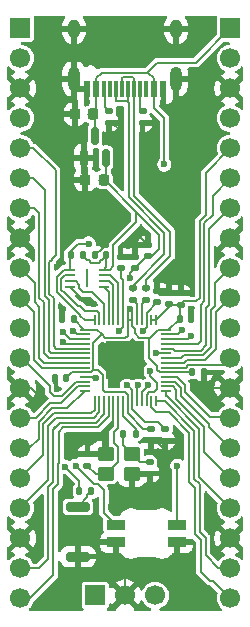
<source format=gbr>
%TF.GenerationSoftware,KiCad,Pcbnew,9.0.6*%
%TF.CreationDate,2025-12-06T16:42:26-07:00*%
%TF.ProjectId,HyperionDevBoard,48797065-7269-46f6-9e44-6576426f6172,rev?*%
%TF.SameCoordinates,Original*%
%TF.FileFunction,Copper,L1,Top*%
%TF.FilePolarity,Positive*%
%FSLAX46Y46*%
G04 Gerber Fmt 4.6, Leading zero omitted, Abs format (unit mm)*
G04 Created by KiCad (PCBNEW 9.0.6) date 2025-12-06 16:42:26*
%MOMM*%
%LPD*%
G01*
G04 APERTURE LIST*
G04 Aperture macros list*
%AMRoundRect*
0 Rectangle with rounded corners*
0 $1 Rounding radius*
0 $2 $3 $4 $5 $6 $7 $8 $9 X,Y pos of 4 corners*
0 Add a 4 corners polygon primitive as box body*
4,1,4,$2,$3,$4,$5,$6,$7,$8,$9,$2,$3,0*
0 Add four circle primitives for the rounded corners*
1,1,$1+$1,$2,$3*
1,1,$1+$1,$4,$5*
1,1,$1+$1,$6,$7*
1,1,$1+$1,$8,$9*
0 Add four rect primitives between the rounded corners*
20,1,$1+$1,$2,$3,$4,$5,0*
20,1,$1+$1,$4,$5,$6,$7,0*
20,1,$1+$1,$6,$7,$8,$9,0*
20,1,$1+$1,$8,$9,$2,$3,0*%
G04 Aperture macros list end*
%TA.AperFunction,SMDPad,CuDef*%
%ADD10RoundRect,0.082000X0.718000X-0.328000X0.718000X0.328000X-0.718000X0.328000X-0.718000X-0.328000X0*%
%TD*%
%TA.AperFunction,SMDPad,CuDef*%
%ADD11RoundRect,0.082000X-0.718000X0.328000X-0.718000X-0.328000X0.718000X-0.328000X0.718000X0.328000X0*%
%TD*%
%TA.AperFunction,SMDPad,CuDef*%
%ADD12RoundRect,0.140000X-0.170000X0.140000X-0.170000X-0.140000X0.170000X-0.140000X0.170000X0.140000X0*%
%TD*%
%TA.AperFunction,SMDPad,CuDef*%
%ADD13RoundRect,0.140000X-0.140000X-0.170000X0.140000X-0.170000X0.140000X0.170000X-0.140000X0.170000X0*%
%TD*%
%TA.AperFunction,SMDPad,CuDef*%
%ADD14RoundRect,0.135000X-0.185000X0.135000X-0.185000X-0.135000X0.185000X-0.135000X0.185000X0.135000X0*%
%TD*%
%TA.AperFunction,SMDPad,CuDef*%
%ADD15RoundRect,0.140000X0.170000X-0.140000X0.170000X0.140000X-0.170000X0.140000X-0.170000X-0.140000X0*%
%TD*%
%TA.AperFunction,SMDPad,CuDef*%
%ADD16RoundRect,0.250000X0.450000X0.350000X-0.450000X0.350000X-0.450000X-0.350000X0.450000X-0.350000X0*%
%TD*%
%TA.AperFunction,ComponentPad*%
%ADD17R,1.700000X1.700000*%
%TD*%
%TA.AperFunction,ComponentPad*%
%ADD18C,1.700000*%
%TD*%
%TA.AperFunction,SMDPad,CuDef*%
%ADD19RoundRect,0.135000X0.135000X0.185000X-0.135000X0.185000X-0.135000X-0.185000X0.135000X-0.185000X0*%
%TD*%
%TA.AperFunction,SMDPad,CuDef*%
%ADD20RoundRect,0.200000X0.800000X-0.200000X0.800000X0.200000X-0.800000X0.200000X-0.800000X-0.200000X0*%
%TD*%
%TA.AperFunction,SMDPad,CuDef*%
%ADD21RoundRect,0.150000X0.150000X-0.587500X0.150000X0.587500X-0.150000X0.587500X-0.150000X-0.587500X0*%
%TD*%
%TA.AperFunction,SMDPad,CuDef*%
%ADD22RoundRect,0.140000X0.140000X0.170000X-0.140000X0.170000X-0.140000X-0.170000X0.140000X-0.170000X0*%
%TD*%
%TA.AperFunction,SMDPad,CuDef*%
%ADD23RoundRect,0.135000X-0.135000X-0.185000X0.135000X-0.185000X0.135000X0.185000X-0.135000X0.185000X0*%
%TD*%
%TA.AperFunction,SMDPad,CuDef*%
%ADD24R,0.600000X1.450000*%
%TD*%
%TA.AperFunction,SMDPad,CuDef*%
%ADD25R,0.300000X1.450000*%
%TD*%
%TA.AperFunction,HeatsinkPad*%
%ADD26O,1.000000X2.100000*%
%TD*%
%TA.AperFunction,HeatsinkPad*%
%ADD27O,1.000000X1.600000*%
%TD*%
%TA.AperFunction,SMDPad,CuDef*%
%ADD28RoundRect,0.225000X0.225000X0.250000X-0.225000X0.250000X-0.225000X-0.250000X0.225000X-0.250000X0*%
%TD*%
%TA.AperFunction,SMDPad,CuDef*%
%ADD29RoundRect,0.062500X-0.387500X-0.062500X0.387500X-0.062500X0.387500X0.062500X-0.387500X0.062500X0*%
%TD*%
%TA.AperFunction,HeatsinkPad*%
%ADD30R,0.200000X1.600000*%
%TD*%
%TA.AperFunction,SMDPad,CuDef*%
%ADD31RoundRect,0.050000X-0.387500X-0.050000X0.387500X-0.050000X0.387500X0.050000X-0.387500X0.050000X0*%
%TD*%
%TA.AperFunction,SMDPad,CuDef*%
%ADD32RoundRect,0.050000X-0.050000X-0.387500X0.050000X-0.387500X0.050000X0.387500X-0.050000X0.387500X0*%
%TD*%
%TA.AperFunction,HeatsinkPad*%
%ADD33R,3.200000X3.200000*%
%TD*%
%TA.AperFunction,ViaPad*%
%ADD34C,0.600000*%
%TD*%
%TA.AperFunction,Conductor*%
%ADD35C,0.200000*%
%TD*%
G04 APERTURE END LIST*
D10*
%TO.P,D1,1,DOUT*%
%TO.N,GND*%
X110800000Y-111600000D03*
D11*
%TO.P,D1,2,VSS*%
X116000000Y-111600000D03*
D10*
%TO.P,D1,3,DIN*%
%TO.N,GPIO25*%
X116000000Y-110100000D03*
D11*
%TO.P,D1,4,VDD*%
%TO.N,VBUS*%
X110800000Y-110100000D03*
%TD*%
D12*
%TO.P,C10,1*%
%TO.N,+1V1*%
X115000000Y-102020000D03*
%TO.P,C10,2*%
%TO.N,GND*%
X115000000Y-102980000D03*
%TD*%
D13*
%TO.P,C3,1*%
%TO.N,+3V3*%
X116200000Y-92660000D03*
%TO.P,C3,2*%
%TO.N,GND*%
X117160000Y-92660000D03*
%TD*%
D14*
%TO.P,R3,1*%
%TO.N,USB_D+*%
X112260000Y-90080000D03*
%TO.P,R3,2*%
%TO.N,Net-(U1-USB_DP)*%
X112260000Y-91100000D03*
%TD*%
D15*
%TO.P,C4,1*%
%TO.N,+3V3*%
X115300000Y-91460000D03*
%TO.P,C4,2*%
%TO.N,GND*%
X115300000Y-90500000D03*
%TD*%
D16*
%TO.P,Y1,1,1*%
%TO.N,Net-(C16-Pad2)*%
X112145000Y-104090000D03*
%TO.P,Y1,2,2*%
%TO.N,GND*%
X109945000Y-104090000D03*
%TO.P,Y1,3,3*%
%TO.N,XIN*%
X109945000Y-105790000D03*
%TO.P,Y1,4,4*%
%TO.N,GND*%
X112145000Y-105790000D03*
%TD*%
D17*
%TO.P,J3,1,Pin_1*%
%TO.N,VBUS*%
X120490000Y-68070000D03*
D18*
%TO.P,J3,2,Pin_2*%
%TO.N,GPIO29_ADC3*%
X120490000Y-70610000D03*
%TO.P,J3,3,Pin_3*%
%TO.N,GND*%
X120490000Y-73150000D03*
%TO.P,J3,4,Pin_4*%
%TO.N,GPIO28_ADC2*%
X120490000Y-75690000D03*
%TO.P,J3,5,Pin_5*%
%TO.N,+3V3*%
X120490000Y-78230000D03*
%TO.P,J3,6,Pin_6*%
%TO.N,GPIO27_ADC1*%
X120490000Y-80770000D03*
%TO.P,J3,7,Pin_7*%
%TO.N,GPIO26_ADC0*%
X120490000Y-83310000D03*
%TO.P,J3,8,Pin_8*%
%TO.N,GND*%
X120490000Y-85850000D03*
%TO.P,J3,9,Pin_9*%
%TO.N,GPIO24*%
X120490000Y-88390000D03*
%TO.P,J3,10,Pin_10*%
%TO.N,GPIO23*%
X120490000Y-90930000D03*
%TO.P,J3,11,Pin_11*%
%TO.N,RUN*%
X120490000Y-93470000D03*
%TO.P,J3,12,Pin_12*%
%TO.N,GPIO22*%
X120490000Y-96010000D03*
%TO.P,J3,13,Pin_13*%
%TO.N,GND*%
X120490000Y-98550000D03*
%TO.P,J3,14,Pin_14*%
%TO.N,GPIO21*%
X120490000Y-101090000D03*
%TO.P,J3,15,Pin_15*%
%TO.N,GPIO20*%
X120490000Y-103630000D03*
%TO.P,J3,16,Pin_16*%
%TO.N,GPIO19*%
X120490000Y-106170000D03*
%TO.P,J3,17,Pin_17*%
%TO.N,GPIO18*%
X120490000Y-108710000D03*
%TO.P,J3,18,Pin_18*%
%TO.N,GND*%
X120490000Y-111250000D03*
%TO.P,J3,19,Pin_19*%
%TO.N,GPIO17*%
X120490000Y-113790000D03*
%TO.P,J3,20,Pin_20*%
%TO.N,GPIO16*%
X120490000Y-116330000D03*
%TD*%
D19*
%TO.P,R6,1*%
%TO.N,Net-(R6-Pad1)*%
X108740000Y-107280000D03*
%TO.P,R6,2*%
%TO.N,QSPI_SS*%
X107720000Y-107280000D03*
%TD*%
D15*
%TO.P,C11,1*%
%TO.N,+1V1*%
X111200000Y-88380000D03*
%TO.P,C11,2*%
%TO.N,GND*%
X111200000Y-87420000D03*
%TD*%
D20*
%TO.P,SW1,1,1*%
%TO.N,GND*%
X107600000Y-112800000D03*
%TO.P,SW1,2,2*%
%TO.N,Net-(R6-Pad1)*%
X107600000Y-108600000D03*
%TD*%
D15*
%TO.P,C9,1*%
%TO.N,+3V3*%
X113500000Y-87360000D03*
%TO.P,C9,2*%
%TO.N,GND*%
X113500000Y-86400000D03*
%TD*%
D17*
%TO.P,J2,1,Pin_1*%
%TO.N,GPIO0*%
X102710000Y-68070000D03*
D18*
%TO.P,J2,2,Pin_2*%
%TO.N,GPIO1*%
X102710000Y-70610000D03*
%TO.P,J2,3,Pin_3*%
%TO.N,GND*%
X102710000Y-73150000D03*
%TO.P,J2,4,Pin_4*%
%TO.N,GPIO2*%
X102710000Y-75690000D03*
%TO.P,J2,5,Pin_5*%
%TO.N,GPIO3*%
X102710000Y-78230000D03*
%TO.P,J2,6,Pin_6*%
%TO.N,GPIO4*%
X102710000Y-80770000D03*
%TO.P,J2,7,Pin_7*%
%TO.N,GPIO5*%
X102710000Y-83310000D03*
%TO.P,J2,8,Pin_8*%
%TO.N,GND*%
X102710000Y-85850000D03*
%TO.P,J2,9,Pin_9*%
%TO.N,GPIO6*%
X102710000Y-88390000D03*
%TO.P,J2,10,Pin_10*%
%TO.N,GPIO7*%
X102710000Y-90930000D03*
%TO.P,J2,11,Pin_11*%
%TO.N,GPIO8*%
X102710000Y-93470000D03*
%TO.P,J2,12,Pin_12*%
%TO.N,GPIO9*%
X102710000Y-96010000D03*
%TO.P,J2,13,Pin_13*%
%TO.N,GND*%
X102710000Y-98550000D03*
%TO.P,J2,14,Pin_14*%
%TO.N,GPIO10*%
X102710000Y-101090000D03*
%TO.P,J2,15,Pin_15*%
%TO.N,GPIO11*%
X102710000Y-103630000D03*
%TO.P,J2,16,Pin_16*%
%TO.N,GPIO12*%
X102710000Y-106170000D03*
%TO.P,J2,17,Pin_17*%
%TO.N,GPIO13*%
X102710000Y-108710000D03*
%TO.P,J2,18,Pin_18*%
%TO.N,GND*%
X102710000Y-111250000D03*
%TO.P,J2,19,Pin_19*%
%TO.N,GPIO14*%
X102710000Y-113790000D03*
%TO.P,J2,20,Pin_20*%
%TO.N,GPIO15*%
X102710000Y-116330000D03*
%TD*%
D15*
%TO.P,C1,1*%
%TO.N,+3V3*%
X116300000Y-91480000D03*
%TO.P,C1,2*%
%TO.N,GND*%
X116300000Y-90520000D03*
%TD*%
D21*
%TO.P,U4,1,GND*%
%TO.N,GND*%
X108070000Y-79035000D03*
%TO.P,U4,2,VO*%
%TO.N,+3V3*%
X109970000Y-79035000D03*
%TO.P,U4,3,VI*%
%TO.N,VBUS*%
X109020000Y-77160000D03*
%TD*%
D15*
%TO.P,C2,1*%
%TO.N,+3V3*%
X112400000Y-88400000D03*
%TO.P,C2,2*%
%TO.N,GND*%
X112400000Y-87440000D03*
%TD*%
D22*
%TO.P,C7,1*%
%TO.N,+3V3*%
X106610000Y-97710000D03*
%TO.P,C7,2*%
%TO.N,GND*%
X105650000Y-97710000D03*
%TD*%
%TO.P,C6,1*%
%TO.N,+3V3*%
X107220000Y-92700000D03*
%TO.P,C6,2*%
%TO.N,GND*%
X106260000Y-92700000D03*
%TD*%
D15*
%TO.P,C16,1*%
%TO.N,GND*%
X113670000Y-105770000D03*
%TO.P,C16,2*%
%TO.N,Net-(C16-Pad2)*%
X113670000Y-104810000D03*
%TD*%
D13*
%TO.P,C5,1*%
%TO.N,+3V3*%
X117280000Y-97180000D03*
%TO.P,C5,2*%
%TO.N,GND*%
X118240000Y-97180000D03*
%TD*%
D17*
%TO.P,J4,1,Pin_1*%
%TO.N,SWCLK*%
X109060000Y-116090000D03*
D18*
%TO.P,J4,2,Pin_2*%
%TO.N,GND*%
X111600000Y-116090000D03*
%TO.P,J4,3,Pin_3*%
%TO.N,SWD*%
X114140000Y-116090000D03*
%TD*%
D12*
%TO.P,C8,1*%
%TO.N,+3V3*%
X113800000Y-102000000D03*
%TO.P,C8,2*%
%TO.N,GND*%
X113800000Y-102960000D03*
%TD*%
D15*
%TO.P,C12,1*%
%TO.N,+1V1*%
X114300000Y-91290000D03*
%TO.P,C12,2*%
%TO.N,GND*%
X114300000Y-90330000D03*
%TD*%
D23*
%TO.P,R5,1*%
%TO.N,Net-(C16-Pad2)*%
X111450000Y-102390000D03*
%TO.P,R5,2*%
%TO.N,XOUT*%
X112470000Y-102390000D03*
%TD*%
D24*
%TO.P,J1,A1,GND*%
%TO.N,GND*%
X114830000Y-73245000D03*
%TO.P,J1,A4,VBUS*%
%TO.N,VBUS*%
X114030000Y-73245000D03*
D25*
%TO.P,J1,A5,CC1*%
%TO.N,Net-(J1-CC1)*%
X112830000Y-73245000D03*
%TO.P,J1,A6,D+*%
%TO.N,USB_D+*%
X111830000Y-73245000D03*
%TO.P,J1,A7,D-*%
%TO.N,USB_D-*%
X111330000Y-73245000D03*
%TO.P,J1,A8*%
%TO.N,N/C*%
X110330000Y-73245000D03*
D24*
%TO.P,J1,A9,VBUS*%
%TO.N,VBUS*%
X109130000Y-73245000D03*
%TO.P,J1,A12,GND*%
%TO.N,GND*%
X108330000Y-73245000D03*
%TO.P,J1,B1,GND*%
X108330000Y-73245000D03*
%TO.P,J1,B4,VBUS*%
%TO.N,VBUS*%
X109130000Y-73245000D03*
D25*
%TO.P,J1,B5,CC2*%
%TO.N,Net-(J1-CC2)*%
X109830000Y-73245000D03*
%TO.P,J1,B6,D+*%
%TO.N,USB_D+*%
X110830000Y-73245000D03*
%TO.P,J1,B7,D-*%
%TO.N,USB_D-*%
X112330000Y-73245000D03*
%TO.P,J1,B8*%
%TO.N,N/C*%
X113330000Y-73245000D03*
D24*
%TO.P,J1,B9,VBUS*%
%TO.N,VBUS*%
X114030000Y-73245000D03*
%TO.P,J1,B12,GND*%
%TO.N,GND*%
X114830000Y-73245000D03*
D26*
%TO.P,J1,S1,SHIELD*%
X115900000Y-72330000D03*
D27*
X115900000Y-68150000D03*
D26*
X107260000Y-72330000D03*
D27*
X107260000Y-68150000D03*
%TD*%
D22*
%TO.P,C17,1*%
%TO.N,+3V3*%
X110000000Y-87300000D03*
%TO.P,C17,2*%
%TO.N,GND*%
X109040000Y-87300000D03*
%TD*%
D14*
%TO.P,R1,1*%
%TO.N,Net-(J1-CC1)*%
X113060000Y-75060000D03*
%TO.P,R1,2*%
%TO.N,GND*%
X113060000Y-76080000D03*
%TD*%
%TO.P,R4,1*%
%TO.N,USB_D-*%
X113350000Y-90075000D03*
%TO.P,R4,2*%
%TO.N,Net-(U1-USB_DM)*%
X113350000Y-91095000D03*
%TD*%
D28*
%TO.P,C14,1*%
%TO.N,+3V3*%
X109775000Y-80900000D03*
%TO.P,C14,2*%
%TO.N,GND*%
X108225000Y-80900000D03*
%TD*%
%TO.P,C13,1*%
%TO.N,VBUS*%
X108890000Y-75340000D03*
%TO.P,C13,2*%
%TO.N,GND*%
X107340000Y-75340000D03*
%TD*%
D12*
%TO.P,C15,1*%
%TO.N,GND*%
X108400000Y-104140000D03*
%TO.P,C15,2*%
%TO.N,XIN*%
X108400000Y-105100000D03*
%TD*%
D29*
%TO.P,U3,1,~{CS}*%
%TO.N,QSPI_SS*%
X106942102Y-88500000D03*
%TO.P,U3,2,DO/IO_{1}*%
%TO.N,QSPI_SD1*%
X106942102Y-89000000D03*
%TO.P,U3,3,~{WP}/IO_{2}*%
%TO.N,QSPI_SD2*%
X106942102Y-89500000D03*
%TO.P,U3,4,GND*%
%TO.N,GND*%
X106942102Y-90000000D03*
%TO.P,U3,5,DI/IO_{0}*%
%TO.N,QSPI_SD0*%
X109792102Y-90000000D03*
%TO.P,U3,6,CLK*%
%TO.N,QSPI_SCLK*%
X109792102Y-89500000D03*
%TO.P,U3,7,~{HOLD}/~{RESET}/IO_{3}*%
%TO.N,QSPI_SD3*%
X109792102Y-89000000D03*
%TO.P,U3,8,VCC*%
%TO.N,+3V3*%
X109792102Y-88500000D03*
D30*
%TO.P,U3,9*%
%TO.N,N/C*%
X108367102Y-89250000D03*
%TD*%
D14*
%TO.P,R2,1*%
%TO.N,Net-(J1-CC2)*%
X110190000Y-75050000D03*
%TO.P,R2,2*%
%TO.N,GND*%
X110190000Y-76070000D03*
%TD*%
D23*
%TO.P,R7,1*%
%TO.N,QSPI_SS*%
X106970000Y-87310000D03*
%TO.P,R7,2*%
%TO.N,+3V3*%
X107990000Y-87310000D03*
%TD*%
D31*
%TO.P,U1,1,IOVDD*%
%TO.N,+3V3*%
X108162500Y-93600000D03*
%TO.P,U1,2,GPIO0*%
%TO.N,GPIO0*%
X108162500Y-94000000D03*
%TO.P,U1,3,GPIO1*%
%TO.N,GPIO1*%
X108162500Y-94400000D03*
%TO.P,U1,4,GPIO2*%
%TO.N,GPIO2*%
X108162500Y-94800000D03*
%TO.P,U1,5,GPIO3*%
%TO.N,GPIO3*%
X108162500Y-95200000D03*
%TO.P,U1,6,GPIO4*%
%TO.N,GPIO4*%
X108162500Y-95600000D03*
%TO.P,U1,7,GPIO5*%
%TO.N,GPIO5*%
X108162500Y-96000000D03*
%TO.P,U1,8,GPIO6*%
%TO.N,GPIO6*%
X108162500Y-96400000D03*
%TO.P,U1,9,GPIO7*%
%TO.N,GPIO7*%
X108162500Y-96800000D03*
%TO.P,U1,10,IOVDD*%
%TO.N,+3V3*%
X108162500Y-97200000D03*
%TO.P,U1,11,GPIO8*%
%TO.N,GPIO8*%
X108162500Y-97600000D03*
%TO.P,U1,12,GPIO9*%
%TO.N,GPIO9*%
X108162500Y-98000000D03*
%TO.P,U1,13,GPIO10*%
%TO.N,GPIO10*%
X108162500Y-98400000D03*
%TO.P,U1,14,GPIO11*%
%TO.N,GPIO11*%
X108162500Y-98800000D03*
D32*
%TO.P,U1,15,GPIO12*%
%TO.N,GPIO12*%
X109000000Y-99637500D03*
%TO.P,U1,16,GPIO13*%
%TO.N,GPIO13*%
X109400000Y-99637500D03*
%TO.P,U1,17,GPIO14*%
%TO.N,GPIO14*%
X109800000Y-99637500D03*
%TO.P,U1,18,GPIO15*%
%TO.N,GPIO15*%
X110200000Y-99637500D03*
%TO.P,U1,19,TESTEN*%
%TO.N,GND*%
X110600000Y-99637500D03*
%TO.P,U1,20,XIN*%
%TO.N,XIN*%
X111000000Y-99637500D03*
%TO.P,U1,21,XOUT*%
%TO.N,XOUT*%
X111400000Y-99637500D03*
%TO.P,U1,22,IOVDD*%
%TO.N,+3V3*%
X111800000Y-99637500D03*
%TO.P,U1,23,DVDD*%
%TO.N,+1V1*%
X112200000Y-99637500D03*
%TO.P,U1,24,SWCLK*%
%TO.N,SWCLK*%
X112600000Y-99637500D03*
%TO.P,U1,25,SWD*%
%TO.N,SWD*%
X113000000Y-99637500D03*
%TO.P,U1,26,RUN*%
%TO.N,RUN*%
X113400000Y-99637500D03*
%TO.P,U1,27,GPIO16*%
%TO.N,GPIO16*%
X113800000Y-99637500D03*
%TO.P,U1,28,GPIO17*%
%TO.N,GPIO17*%
X114200000Y-99637500D03*
D31*
%TO.P,U1,29,GPIO18*%
%TO.N,GPIO18*%
X115037500Y-98800000D03*
%TO.P,U1,30,GPIO19*%
%TO.N,GPIO19*%
X115037500Y-98400000D03*
%TO.P,U1,31,GPIO20*%
%TO.N,GPIO20*%
X115037500Y-98000000D03*
%TO.P,U1,32,GPIO21*%
%TO.N,GPIO21*%
X115037500Y-97600000D03*
%TO.P,U1,33,IOVDD*%
%TO.N,+3V3*%
X115037500Y-97200000D03*
%TO.P,U1,34,GPIO22*%
%TO.N,GPIO22*%
X115037500Y-96800000D03*
%TO.P,U1,35,GPIO23*%
%TO.N,GPIO23*%
X115037500Y-96400000D03*
%TO.P,U1,36,GPIO24*%
%TO.N,GPIO24*%
X115037500Y-96000000D03*
%TO.P,U1,37,GPIO25*%
%TO.N,GPIO25*%
X115037500Y-95600000D03*
%TO.P,U1,38,GPIO26_ADC0*%
%TO.N,GPIO26_ADC0*%
X115037500Y-95200000D03*
%TO.P,U1,39,GPIO27_ADC1*%
%TO.N,GPIO27_ADC1*%
X115037500Y-94800000D03*
%TO.P,U1,40,GPIO28_ADC2*%
%TO.N,GPIO28_ADC2*%
X115037500Y-94400000D03*
%TO.P,U1,41,GPIO29_ADC3*%
%TO.N,GPIO29_ADC3*%
X115037500Y-94000000D03*
%TO.P,U1,42,IOVDD*%
%TO.N,+3V3*%
X115037500Y-93600000D03*
D32*
%TO.P,U1,43,ADC_AVDD*%
X114200000Y-92762500D03*
%TO.P,U1,44,VREG_IN*%
X113800000Y-92762500D03*
%TO.P,U1,45,VREG_VOUT*%
%TO.N,+1V1*%
X113400000Y-92762500D03*
%TO.P,U1,46,USB_DM*%
%TO.N,Net-(U1-USB_DM)*%
X113000000Y-92762500D03*
%TO.P,U1,47,USB_DP*%
%TO.N,Net-(U1-USB_DP)*%
X112600000Y-92762500D03*
%TO.P,U1,48,USB_VDD*%
%TO.N,+3V3*%
X112200000Y-92762500D03*
%TO.P,U1,49,IOVDD*%
X111800000Y-92762500D03*
%TO.P,U1,50,DVDD*%
%TO.N,+1V1*%
X111400000Y-92762500D03*
%TO.P,U1,51,QSPI_SD3*%
%TO.N,QSPI_SD3*%
X111000000Y-92762500D03*
%TO.P,U1,52,QSPI_SCLK*%
%TO.N,QSPI_SCLK*%
X110600000Y-92762500D03*
%TO.P,U1,53,QSPI_SD0*%
%TO.N,QSPI_SD0*%
X110200000Y-92762500D03*
%TO.P,U1,54,QSPI_SD2*%
%TO.N,QSPI_SD2*%
X109800000Y-92762500D03*
%TO.P,U1,55,QSPI_SD1*%
%TO.N,QSPI_SD1*%
X109400000Y-92762500D03*
%TO.P,U1,56,QSPI_SS*%
%TO.N,QSPI_SS*%
X109000000Y-92762500D03*
D33*
%TO.P,U1,57,GND*%
%TO.N,GND*%
X111600000Y-96200000D03*
%TD*%
D34*
%TO.N,GND*%
X115900000Y-82100000D03*
X112800000Y-85400000D03*
X117156036Y-91800000D03*
X118500000Y-108500000D03*
X106300000Y-91800000D03*
X115800000Y-114800000D03*
X116200000Y-74700000D03*
X116300000Y-113800000D03*
X105800000Y-98600000D03*
X104400000Y-110500000D03*
X107600000Y-76700000D03*
X119400000Y-87100000D03*
X111700000Y-107500000D03*
X104400000Y-99300000D03*
X104400000Y-74300000D03*
X119200000Y-77000000D03*
X110400000Y-108600000D03*
X108951472Y-91400000D03*
X108300000Y-85400000D03*
X106900000Y-80900000D03*
X118800000Y-110100000D03*
X108000000Y-102700000D03*
X107600000Y-110500000D03*
X111000000Y-96200000D03*
X104300000Y-77300000D03*
X119100000Y-99200000D03*
X110000000Y-112800000D03*
X115200000Y-105500000D03*
X116600000Y-88900000D03*
X118225735Y-98125735D03*
X109700000Y-102700000D03*
X111600000Y-114100000D03*
X111200000Y-76800000D03*
%TO.N,+3V3*%
X112000000Y-91869852D03*
X112000000Y-89250000D03*
%TO.N,+1V1*%
X111754011Y-98300000D03*
X111100000Y-93699000D03*
X113101376Y-93697838D03*
%TO.N,VBUS*%
X114900000Y-79600000D03*
X107400000Y-105100000D03*
%TO.N,GPIO25*%
X116000000Y-105100000D03*
X114200000Y-95600000D03*
%TO.N,GPIO1*%
X106350433Y-93802284D03*
%TO.N,GPIO8*%
X109085909Y-97659429D03*
%TO.N,GPIO0*%
X107210000Y-93700000D03*
%TO.N,GPIO2*%
X106290000Y-94600000D03*
%TO.N,GPIO28_ADC2*%
X117190000Y-94110000D03*
%TO.N,GPIO29_ADC3*%
X116380000Y-93660000D03*
%TO.N,RUN*%
X113700002Y-97100000D03*
%TO.N,SWD*%
X113506599Y-98305824D03*
%TO.N,SWCLK*%
X112706619Y-98300002D03*
%TO.N,QSPI_SS*%
X106500000Y-105200000D03*
X108500000Y-86300000D03*
%TD*%
D35*
%TO.N,GND*%
X106942102Y-90000000D02*
X108342102Y-91400000D01*
X108450000Y-104090000D02*
X108400000Y-104140000D01*
X109700000Y-86640000D02*
X109040000Y-87300000D01*
X105650000Y-98450000D02*
X105800000Y-98600000D01*
X110470000Y-76070000D02*
X111200000Y-76800000D01*
X108300000Y-85400000D02*
X108626711Y-85400000D01*
X112800000Y-85700000D02*
X113500000Y-86400000D01*
X102710000Y-73150000D02*
X103860000Y-74300000D01*
X110600000Y-99637500D02*
X110600000Y-101732560D01*
X113800000Y-102960000D02*
X114150000Y-102960000D01*
X114830000Y-74730000D02*
X114830000Y-73245000D01*
X116200000Y-74700000D02*
X115800000Y-75100000D01*
X118240000Y-98111470D02*
X118240000Y-97180000D01*
X114890000Y-103700000D02*
X114890000Y-105190000D01*
X109700000Y-102632560D02*
X110600000Y-101732560D01*
X102710000Y-98550000D02*
X103650000Y-98550000D01*
X109700000Y-103845000D02*
X109945000Y-104090000D01*
X112145000Y-105790000D02*
X113650000Y-105790000D01*
X103860000Y-74300000D02*
X104400000Y-74300000D01*
X115800000Y-75100000D02*
X115200000Y-75100000D01*
X119400000Y-86901000D02*
X120451000Y-85850000D01*
X106260000Y-91840000D02*
X106300000Y-91800000D01*
X103650000Y-98550000D02*
X104400000Y-99300000D01*
X117156036Y-92656036D02*
X117160000Y-92660000D01*
X108626711Y-85400000D02*
X109700000Y-86473289D01*
X113650000Y-105790000D02*
X113670000Y-105770000D01*
X114890000Y-105190000D02*
X115200000Y-105500000D01*
X119400000Y-87100000D02*
X119400000Y-86901000D01*
X105650000Y-97710000D02*
X105650000Y-98450000D01*
X118225735Y-98125735D02*
X118650000Y-98550000D01*
X118225735Y-98125735D02*
X118240000Y-98111470D01*
X109945000Y-104090000D02*
X108450000Y-104090000D01*
X120451000Y-85850000D02*
X120490000Y-85850000D01*
X109570000Y-104465000D02*
X109945000Y-104090000D01*
X110190000Y-76070000D02*
X110470000Y-76070000D01*
X115200000Y-75100000D02*
X114830000Y-74730000D01*
X117156036Y-91800000D02*
X117156036Y-92656036D01*
X111600000Y-116090000D02*
X111600000Y-114100000D01*
X109700000Y-102700000D02*
X109700000Y-103845000D01*
X118650000Y-98550000D02*
X120490000Y-98550000D01*
X108342102Y-91400000D02*
X108951472Y-91400000D01*
X115000000Y-102980000D02*
X115000000Y-103590000D01*
X106260000Y-92700000D02*
X106260000Y-91840000D01*
X109700000Y-86473289D02*
X109700000Y-86640000D01*
X114150000Y-102960000D02*
X114890000Y-103700000D01*
X117160000Y-91803964D02*
X117156036Y-91800000D01*
X108000000Y-102700000D02*
X109700000Y-102700000D01*
X109700000Y-102700000D02*
X109700000Y-102632560D01*
X115000000Y-103590000D02*
X114890000Y-103700000D01*
X112800000Y-85400000D02*
X112800000Y-85700000D01*
%TO.N,+3V3*%
X110589000Y-88200000D02*
X110589000Y-86411000D01*
X109699000Y-97422577D02*
X109276423Y-97000000D01*
X108162500Y-97200000D02*
X107120000Y-97200000D01*
X108502450Y-87700000D02*
X108400000Y-87700000D01*
X116580000Y-91200000D02*
X116300000Y-91480000D01*
X108400000Y-87700000D02*
X108010000Y-87310000D01*
X112200000Y-92762500D02*
X112200000Y-93297774D01*
X117900000Y-90900000D02*
X117600000Y-91200000D01*
X111800000Y-100670000D02*
X113130000Y-102000000D01*
X109276423Y-97000000D02*
X108900000Y-97000000D01*
X109970000Y-80810000D02*
X109850000Y-80930000D01*
X108900000Y-94700000D02*
X109600000Y-94000000D01*
X110289000Y-88500000D02*
X110589000Y-88200000D01*
X115037500Y-93600000D02*
X115260000Y-93600000D01*
X115260000Y-93600000D02*
X116200000Y-92660000D01*
X115300000Y-91662500D02*
X114200000Y-92762500D01*
X107120000Y-97200000D02*
X106610000Y-97710000D01*
X113894000Y-87360000D02*
X113500000Y-87360000D01*
X117600000Y-91200000D02*
X116580000Y-91200000D01*
X112200000Y-92762500D02*
X112200000Y-92069852D01*
X112500000Y-83600000D02*
X114474000Y-85574000D01*
X113599000Y-95999000D02*
X114300000Y-96700000D01*
X120490000Y-78230000D02*
X118400000Y-80320000D01*
X111800000Y-92069852D02*
X112000000Y-91869852D01*
X112200000Y-93297774D02*
X112402226Y-93500000D01*
X111601000Y-94299000D02*
X109899000Y-94299000D01*
X108700000Y-97200000D02*
X108900000Y-97000000D01*
X114300000Y-97000000D02*
X114500000Y-97200000D01*
X110589000Y-86411000D02*
X112500000Y-84500000D01*
X115300000Y-91460000D02*
X115300000Y-91662500D01*
X112402226Y-93500000D02*
X112402226Y-93902226D01*
X109970000Y-79035000D02*
X109970000Y-80810000D01*
X109850000Y-80930000D02*
X109850000Y-80950000D01*
X108900000Y-97000000D02*
X108900000Y-94700000D01*
X109200000Y-93600000D02*
X108162500Y-93600000D01*
X112200000Y-92762500D02*
X111800000Y-92762500D01*
X112000000Y-88800000D02*
X112400000Y-88400000D01*
X113497000Y-94299000D02*
X113599000Y-94401000D01*
X112000000Y-89250000D02*
X112000000Y-88800000D01*
X117260000Y-97200000D02*
X117280000Y-97180000D01*
X116300000Y-91480000D02*
X115320000Y-91480000D01*
X109899000Y-94299000D02*
X109600000Y-94000000D01*
X118400000Y-83922900D02*
X117899000Y-84423900D01*
X111800000Y-99637500D02*
X111800000Y-99100000D01*
X112200000Y-92069852D02*
X112000000Y-91869852D01*
X109850000Y-80950000D02*
X112500000Y-83600000D01*
X108162500Y-93600000D02*
X107920000Y-93600000D01*
X111800000Y-99100000D02*
X111600000Y-98900000D01*
X112500000Y-84500000D02*
X112500000Y-83600000D01*
X109600000Y-94000000D02*
X109200000Y-93600000D01*
X110000000Y-87300000D02*
X109600000Y-87700000D01*
X114500000Y-97200000D02*
X115037500Y-97200000D01*
X110000000Y-87300000D02*
X110000000Y-88292102D01*
X117900000Y-90800000D02*
X117900000Y-90900000D01*
X108010000Y-87310000D02*
X107990000Y-87310000D01*
X113440000Y-87360000D02*
X112400000Y-88400000D01*
X115037500Y-97200000D02*
X117260000Y-97200000D01*
X109699000Y-98699000D02*
X109699000Y-97422577D01*
X110000000Y-88292102D02*
X109792102Y-88500000D01*
X116200000Y-91580000D02*
X116300000Y-91480000D01*
X108713450Y-87911000D02*
X108502450Y-87700000D01*
X109792102Y-88500000D02*
X110289000Y-88500000D01*
X109900000Y-98900000D02*
X109699000Y-98699000D01*
X112402226Y-93902226D02*
X112799000Y-94299000D01*
X108120000Y-93600000D02*
X107220000Y-92700000D01*
X111800000Y-94100000D02*
X111601000Y-94299000D01*
X114400000Y-93600000D02*
X115037500Y-93600000D01*
X111800000Y-92762500D02*
X111800000Y-94100000D01*
X114300000Y-96700000D02*
X114300000Y-97000000D01*
X113599000Y-94401000D02*
X114400000Y-93600000D01*
X112799000Y-94299000D02*
X113497000Y-94299000D01*
X113130000Y-102000000D02*
X113800000Y-102000000D01*
X115320000Y-91480000D02*
X115300000Y-91460000D01*
X114474000Y-86780000D02*
X113894000Y-87360000D01*
X111800000Y-92762500D02*
X111800000Y-92069852D01*
X113599000Y-94500000D02*
X113599000Y-95999000D01*
X109577550Y-87700000D02*
X109366550Y-87911000D01*
X111800000Y-99637500D02*
X111800000Y-100670000D01*
X108162500Y-93600000D02*
X108120000Y-93600000D01*
X114200000Y-92762500D02*
X113800000Y-92762500D01*
X111600000Y-98900000D02*
X109900000Y-98900000D01*
X116200000Y-92660000D02*
X116200000Y-91580000D01*
X109600000Y-87700000D02*
X109577550Y-87700000D01*
X113599000Y-94500000D02*
X113599000Y-94401000D01*
X117899000Y-84423900D02*
X117899000Y-90799000D01*
X118400000Y-80320000D02*
X118400000Y-83922900D01*
X114474000Y-85574000D02*
X114474000Y-86780000D01*
X109395000Y-80930000D02*
X109850000Y-80930000D01*
X117899000Y-90799000D02*
X117900000Y-90800000D01*
X109366550Y-87911000D02*
X108713450Y-87911000D01*
X108162500Y-97200000D02*
X108700000Y-97200000D01*
X113500000Y-87360000D02*
X113440000Y-87360000D01*
%TO.N,+1V1*%
X113400000Y-92762500D02*
X113400000Y-93399214D01*
X111654011Y-98200000D02*
X111600000Y-98200000D01*
X111400000Y-89400000D02*
X111400000Y-92762500D01*
X113300000Y-101400000D02*
X114380000Y-101400000D01*
X112200000Y-98700000D02*
X112200000Y-99637500D01*
X111400000Y-92762500D02*
X111400000Y-93399000D01*
X113400000Y-93399214D02*
X113101376Y-93697838D01*
X114380000Y-101400000D02*
X115000000Y-102020000D01*
X112200000Y-99637500D02*
X112200000Y-100300000D01*
X111200000Y-89200000D02*
X111400000Y-89400000D01*
X113400000Y-92190000D02*
X114300000Y-91290000D01*
X112200000Y-100300000D02*
X113300000Y-101400000D01*
X113400000Y-92762500D02*
X113400000Y-92190000D01*
X111754011Y-98300000D02*
X111654011Y-98200000D01*
X111400000Y-93399000D02*
X111100000Y-93699000D01*
X111754011Y-98300000D02*
X111800000Y-98300000D01*
X111800000Y-98300000D02*
X112200000Y-98700000D01*
X111200000Y-88380000D02*
X111200000Y-89200000D01*
%TO.N,VBUS*%
X109130000Y-75100000D02*
X109130000Y-73245000D01*
X109020000Y-75470000D02*
X108890000Y-75340000D01*
X109800000Y-109112500D02*
X110787500Y-110100000D01*
X109130000Y-73245000D02*
X109130000Y-72320000D01*
X107400000Y-105100000D02*
X108959000Y-106659000D01*
X109259000Y-106659000D02*
X109800000Y-107200000D01*
X108890000Y-75340000D02*
X108435000Y-75340000D01*
X113528000Y-71772000D02*
X114321000Y-70979000D01*
X108890000Y-75340000D02*
X109130000Y-75100000D01*
X109800000Y-107200000D02*
X109800000Y-109112500D01*
X113528000Y-71818000D02*
X113528000Y-71772000D01*
X109632000Y-71818000D02*
X113528000Y-71818000D01*
X114030000Y-74830000D02*
X114900000Y-75700000D01*
X114900000Y-75700000D02*
X114900000Y-79600000D01*
X114030000Y-72320000D02*
X114030000Y-73245000D01*
X109020000Y-77160000D02*
X109020000Y-75470000D01*
X113528000Y-71818000D02*
X114030000Y-72320000D01*
X117581000Y-70979000D02*
X120490000Y-68070000D01*
X114030000Y-73245000D02*
X114030000Y-74830000D01*
X109130000Y-72320000D02*
X109632000Y-71818000D01*
X108959000Y-106659000D02*
X109259000Y-106659000D01*
X114321000Y-70979000D02*
X117581000Y-70979000D01*
%TO.N,XIN*%
X110946000Y-103504840D02*
X110946000Y-104789000D01*
X110946000Y-104789000D02*
X109945000Y-105790000D01*
X111000000Y-101899660D02*
X110630160Y-102269500D01*
X109580000Y-105425000D02*
X109945000Y-105790000D01*
X111000000Y-99637500D02*
X111000000Y-101899660D01*
X109945000Y-105790000D02*
X109090000Y-105790000D01*
X110630160Y-102269500D02*
X110630160Y-103189000D01*
X110630160Y-103189000D02*
X110946000Y-103504840D01*
X109090000Y-105790000D02*
X108400000Y-105100000D01*
%TO.N,Net-(C16-Pad2)*%
X111450000Y-103395000D02*
X112145000Y-104090000D01*
X111450000Y-102390000D02*
X111450000Y-103395000D01*
X113670000Y-104810000D02*
X112865000Y-104810000D01*
X112865000Y-104810000D02*
X112145000Y-104090000D01*
%TO.N,GPIO25*%
X115037500Y-95600000D02*
X114200000Y-95600000D01*
X116000000Y-105100000D02*
X116000000Y-107405000D01*
X115987500Y-107417500D02*
X115987500Y-110100000D01*
X116000000Y-107405000D02*
X115987500Y-107417500D01*
%TO.N,USB_D+*%
X111850000Y-74222000D02*
X111801000Y-74271000D01*
X114875000Y-87225000D02*
X112300000Y-89800000D01*
X112300000Y-90040000D02*
X112260000Y-90080000D01*
X111850000Y-74332501D02*
X111875000Y-74357501D01*
X111875000Y-74357501D02*
X111875000Y-82395000D01*
X112300000Y-89800000D02*
X112300000Y-90040000D01*
X110899000Y-74271000D02*
X110850000Y-74222000D01*
X114875000Y-85395000D02*
X114875000Y-87225000D01*
X110850000Y-74222000D02*
X110850000Y-73245000D01*
X111801000Y-74271000D02*
X110899000Y-74271000D01*
X111875000Y-82395000D02*
X114875000Y-85395000D01*
X112260000Y-90280000D02*
X112260000Y-90230000D01*
X111850000Y-73245000D02*
X111850000Y-74222000D01*
X111850000Y-73245000D02*
X111850000Y-74332501D01*
%TO.N,USB_D-*%
X113350000Y-90280000D02*
X113350000Y-90230000D01*
X111350000Y-73245000D02*
X111350000Y-72268000D01*
X111399000Y-72219000D02*
X112219000Y-72219000D01*
X112375000Y-82255000D02*
X115410000Y-85290000D01*
X115410000Y-87336397D02*
X113350000Y-89396397D01*
X113350000Y-89396397D02*
X113350000Y-90075000D01*
X112375000Y-74425000D02*
X112375000Y-82255000D01*
X112350000Y-72350000D02*
X112350000Y-73245000D01*
X111350000Y-72268000D02*
X111399000Y-72219000D01*
X112219000Y-72219000D02*
X112350000Y-72350000D01*
X115410000Y-85290000D02*
X115410000Y-87336397D01*
X112325000Y-74375000D02*
X112375000Y-74425000D01*
X112350000Y-74332501D02*
X112350000Y-73245000D01*
%TO.N,Net-(J1-CC2)*%
X109850000Y-73245000D02*
X109850000Y-74710000D01*
X110190000Y-75050000D02*
X110260000Y-75050000D01*
X109850000Y-73245000D02*
X109850000Y-73900000D01*
X110260000Y-75050000D02*
X110290000Y-75080000D01*
X109850000Y-73900000D02*
X109880000Y-73930000D01*
X109850000Y-74710000D02*
X110190000Y-75050000D01*
%TO.N,Net-(J1-CC1)*%
X112850000Y-73245000D02*
X112850000Y-74850000D01*
X112850000Y-74850000D02*
X113060000Y-75060000D01*
%TO.N,GPIO11*%
X105413900Y-100259000D02*
X104269000Y-101403900D01*
X106703500Y-100259000D02*
X105413900Y-100259000D01*
X104269000Y-101403900D02*
X104269000Y-102831000D01*
X104269000Y-102831000D02*
X103470000Y-103630000D01*
X108162500Y-98800000D02*
X106703500Y-100259000D01*
X103470000Y-103630000D02*
X102710000Y-103630000D01*
%TO.N,GPIO3*%
X105174050Y-88398943D02*
X105174050Y-87901057D01*
X105730000Y-95200000D02*
X105530000Y-95000000D01*
X108162500Y-95200000D02*
X105730000Y-95200000D01*
X105174050Y-87901057D02*
X105374050Y-87701057D01*
X105374050Y-87598850D02*
X105700000Y-87272900D01*
X105700000Y-80100000D02*
X103830000Y-78230000D01*
X105700000Y-87272900D02*
X105700000Y-80100000D01*
X105530000Y-90944800D02*
X105175050Y-90589850D01*
X103830000Y-78230000D02*
X102710000Y-78230000D01*
X105374050Y-87701057D02*
X105374050Y-87598850D01*
X105175050Y-88399943D02*
X105174050Y-88398943D01*
X105530000Y-95000000D02*
X105530000Y-90944800D01*
X105175050Y-90589850D02*
X105175050Y-88399943D01*
%TO.N,GPIO15*%
X105900000Y-105449943D02*
X105899000Y-105448943D01*
X105900000Y-106700000D02*
X105900000Y-105449943D01*
X105899000Y-104951057D02*
X106000000Y-104850057D01*
X105899000Y-105448943D02*
X105899000Y-104951057D01*
X103570000Y-116330000D02*
X105500000Y-114400000D01*
X105500000Y-107100000D02*
X105900000Y-106700000D01*
X106000000Y-102230000D02*
X106367000Y-101863000D01*
X106000000Y-104850057D02*
X106000000Y-102230000D01*
X109271200Y-101863000D02*
X110200000Y-100934200D01*
X105500000Y-114400000D02*
X105500000Y-107100000D01*
X110200000Y-100934200D02*
X110200000Y-99637500D01*
X102710000Y-116330000D02*
X103570000Y-116330000D01*
X106367000Y-101863000D02*
X109271200Y-101863000D01*
%TO.N,GPIO4*%
X104774050Y-90755950D02*
X104774050Y-81774050D01*
X103770000Y-80770000D02*
X102710000Y-80770000D01*
X105113000Y-95383000D02*
X105113000Y-91094900D01*
X105113000Y-91094900D02*
X104774050Y-90755950D01*
X108162500Y-95600000D02*
X105330000Y-95600000D01*
X105330000Y-95600000D02*
X105113000Y-95383000D01*
X104774050Y-81774050D02*
X103770000Y-80770000D01*
%TO.N,GPIO14*%
X105479000Y-102021000D02*
X106038000Y-101462000D01*
X109800000Y-100767100D02*
X109105100Y-101462000D01*
X109105100Y-101462000D02*
X106070000Y-101462000D01*
X105472000Y-106515100D02*
X105100000Y-106887100D01*
X109800000Y-99637500D02*
X109800000Y-100767100D01*
X105472000Y-103800000D02*
X105472000Y-106515100D01*
X106070000Y-101462000D02*
X105472000Y-102060000D01*
X105479000Y-102183900D02*
X105479000Y-102021000D01*
X105100000Y-106887100D02*
X105100000Y-113000000D01*
X104310000Y-113790000D02*
X102710000Y-113790000D01*
X105472000Y-102190900D02*
X105479000Y-102183900D01*
X105100000Y-113000000D02*
X104310000Y-113790000D01*
X105472000Y-102060000D02*
X105472000Y-103800000D01*
X105472000Y-103800000D02*
X105472000Y-102190900D01*
%TO.N,GPIO1*%
X106948149Y-94400000D02*
X106350433Y-93802284D01*
X108162500Y-94400000D02*
X106948149Y-94400000D01*
%TO.N,GPIO8*%
X109085909Y-97659429D02*
X108858643Y-97659429D01*
X108799214Y-97600000D02*
X108162500Y-97600000D01*
X108858643Y-97659429D02*
X108799214Y-97600000D01*
%TO.N,GPIO7*%
X103910000Y-96160000D02*
X103910000Y-92130000D01*
X104550000Y-96800000D02*
X103910000Y-96160000D01*
X103910000Y-92130000D02*
X102710000Y-90930000D01*
X108162500Y-96800000D02*
X104550000Y-96800000D01*
%TO.N,GPIO5*%
X105130000Y-96000000D02*
X104712000Y-95582000D01*
X104321000Y-83721000D02*
X103910000Y-83310000D01*
X104321000Y-90870000D02*
X104321000Y-83721000D01*
X104712000Y-91261000D02*
X104321000Y-90870000D01*
X104712000Y-95582000D02*
X104712000Y-91261000D01*
X103910000Y-83310000D02*
X102710000Y-83310000D01*
X108162500Y-96000000D02*
X105130000Y-96000000D01*
%TO.N,GPIO13*%
X105071000Y-106349000D02*
X102710000Y-108710000D01*
X105071000Y-101736100D02*
X105071000Y-106349000D01*
X105746100Y-101061000D02*
X105071000Y-101736100D01*
X109400000Y-100600000D02*
X108939000Y-101061000D01*
X109400000Y-99637500D02*
X109400000Y-100600000D01*
X108939000Y-101061000D02*
X105746100Y-101061000D01*
%TO.N,GPIO10*%
X104015800Y-101090000D02*
X102710000Y-101090000D01*
X108162500Y-98400000D02*
X107620000Y-98400000D01*
X105265800Y-99840000D02*
X104015800Y-101090000D01*
X107620000Y-98400000D02*
X106180000Y-99840000D01*
X106180000Y-99840000D02*
X105265800Y-99840000D01*
%TO.N,GPIO9*%
X108162500Y-98000000D02*
X107430000Y-98000000D01*
X102857943Y-96010000D02*
X102710000Y-96010000D01*
X105199000Y-98848943D02*
X105199000Y-98351057D01*
X105551057Y-99201000D02*
X105199000Y-98848943D01*
X106229000Y-99201000D02*
X105551057Y-99201000D01*
X105199000Y-98351057D02*
X102857943Y-96010000D01*
X107430000Y-98000000D02*
X106229000Y-99201000D01*
%TO.N,GPIO12*%
X109000000Y-99637500D02*
X109000000Y-100380000D01*
X108720000Y-100660000D02*
X105580000Y-100660000D01*
X104670000Y-101570000D02*
X104670000Y-104210000D01*
X109000000Y-100380000D02*
X108720000Y-100660000D01*
X105580000Y-100660000D02*
X104670000Y-101570000D01*
X104670000Y-104210000D02*
X102710000Y-106170000D01*
%TO.N,GPIO0*%
X108162500Y-94000000D02*
X107510000Y-94000000D01*
X107510000Y-94000000D02*
X107210000Y-93700000D01*
%TO.N,GPIO6*%
X103920000Y-89600000D02*
X102710000Y-88390000D01*
X104311000Y-91641000D02*
X103920000Y-91250000D01*
X104311000Y-95991000D02*
X104311000Y-91641000D01*
X103920000Y-91250000D02*
X103920000Y-89600000D01*
X108162500Y-96400000D02*
X104720000Y-96400000D01*
X104720000Y-96400000D02*
X104311000Y-95991000D01*
%TO.N,GPIO2*%
X108162500Y-94800000D02*
X106490000Y-94800000D01*
X106490000Y-94800000D02*
X106290000Y-94600000D01*
%TO.N,GPIO21*%
X118795000Y-100995000D02*
X118800000Y-100990000D01*
X118790000Y-100990000D02*
X116700000Y-98900000D01*
X120390000Y-100990000D02*
X120490000Y-101090000D01*
X116700000Y-98300000D02*
X116700000Y-98900000D01*
X118800000Y-100990000D02*
X118790000Y-100990000D01*
X118800000Y-100990000D02*
X120390000Y-100990000D01*
X115037500Y-97600000D02*
X116000000Y-97600000D01*
X116000000Y-97600000D02*
X116700000Y-98300000D01*
%TO.N,GPIO27_ADC1*%
X117760000Y-94800000D02*
X118000000Y-94560000D01*
X119020000Y-83870000D02*
X119020000Y-82240000D01*
X119020000Y-82240000D02*
X120490000Y-80770000D01*
X118300000Y-91200000D02*
X118300000Y-84590000D01*
X118300000Y-84590000D02*
X119020000Y-83870000D01*
X118000000Y-94560000D02*
X118000000Y-91500000D01*
X118000000Y-91500000D02*
X118300000Y-91200000D01*
X115037500Y-94800000D02*
X117760000Y-94800000D01*
%TO.N,GPIO18*%
X120490000Y-108710000D02*
X117831000Y-106051000D01*
X117831000Y-106051000D02*
X117831000Y-101963900D01*
X117831000Y-101963900D02*
X115103600Y-99236500D01*
X115037500Y-99236500D02*
X115037500Y-98800000D01*
X115103600Y-99236500D02*
X115037500Y-99236500D01*
%TO.N,GPIO28_ADC2*%
X115037500Y-94400000D02*
X116900000Y-94400000D01*
X116900000Y-94400000D02*
X117190000Y-94110000D01*
%TO.N,GPIO20*%
X118681000Y-101581000D02*
X118681000Y-101821000D01*
X116300000Y-98500000D02*
X116300000Y-99200000D01*
X115037500Y-98000000D02*
X115800000Y-98000000D01*
X118681000Y-101821000D02*
X120490000Y-103630000D01*
X116300000Y-99200000D02*
X118681000Y-101581000D01*
X115800000Y-98000000D02*
X116300000Y-98500000D01*
%TO.N,GPIO23*%
X119320000Y-92100000D02*
X120490000Y-90930000D01*
X115037500Y-96400000D02*
X116555350Y-96400000D01*
X119320000Y-95200000D02*
X119320000Y-92100000D01*
X116786350Y-96169000D02*
X118351000Y-96169000D01*
X118351000Y-96169000D02*
X119320000Y-95200000D01*
X116555350Y-96400000D02*
X116786350Y-96169000D01*
%TO.N,GPIO29_ADC3*%
X116040000Y-94000000D02*
X116380000Y-93660000D01*
X115037500Y-94000000D02*
X116040000Y-94000000D01*
%TO.N,GPIO24*%
X118856450Y-91943550D02*
X119200000Y-91600000D01*
X115037500Y-96000000D02*
X116350000Y-96000000D01*
X116350000Y-96000000D02*
X116582000Y-95768000D01*
X119200000Y-89680000D02*
X120490000Y-88390000D01*
X119200000Y-91600000D02*
X119200000Y-89680000D01*
X118184900Y-95768000D02*
X118856450Y-95096450D01*
X118856450Y-95096450D02*
X118856450Y-91943550D01*
X116582000Y-95768000D02*
X118184900Y-95768000D01*
%TO.N,GPIO19*%
X118234200Y-101800000D02*
X118280000Y-101800000D01*
X118280000Y-103960000D02*
X120490000Y-106170000D01*
X118280000Y-101800000D02*
X118280000Y-103960000D01*
X115037500Y-98400000D02*
X115600000Y-98400000D01*
X115867100Y-98667100D02*
X115867100Y-99432900D01*
X115600000Y-98400000D02*
X115867100Y-98667100D01*
X115867100Y-99432900D02*
X118234200Y-101800000D01*
%TO.N,GPIO26_ADC0*%
X115777000Y-95367000D02*
X118018800Y-95367000D01*
X118455450Y-94930350D02*
X118455450Y-91777450D01*
X118455450Y-91777450D02*
X118700000Y-91532900D01*
X115610000Y-95200000D02*
X115777000Y-95367000D01*
X118700000Y-85100000D02*
X120490000Y-83310000D01*
X118700000Y-91532900D02*
X118700000Y-85100000D01*
X115037500Y-95200000D02*
X115610000Y-95200000D01*
X118018800Y-95367000D02*
X118455450Y-94930350D01*
%TO.N,GPIO17*%
X119490000Y-113790000D02*
X120490000Y-113790000D01*
X118400000Y-112700000D02*
X119490000Y-113790000D01*
X114200000Y-99637500D02*
X114937500Y-99637500D01*
X117430000Y-106217100D02*
X117900000Y-106687100D01*
X118400000Y-111200000D02*
X118400000Y-112700000D01*
X114937500Y-99637500D02*
X117430000Y-102130000D01*
X117900000Y-106687100D02*
X117900000Y-110700000D01*
X117900000Y-110700000D02*
X118400000Y-111200000D01*
X117430000Y-102130000D02*
X117430000Y-106217100D01*
%TO.N,GPIO22*%
X119930000Y-96570000D02*
X120490000Y-96010000D01*
X115037500Y-96800000D02*
X116722450Y-96800000D01*
X118561000Y-96570000D02*
X119930000Y-96570000D01*
X116953450Y-96569000D02*
X118560000Y-96569000D01*
X116722450Y-96800000D02*
X116953450Y-96569000D01*
X118560000Y-96569000D02*
X118561000Y-96570000D01*
%TO.N,GPIO16*%
X117000000Y-102300000D02*
X115290000Y-100590000D01*
X118000000Y-111400000D02*
X117500000Y-110900000D01*
X117500000Y-110900000D02*
X117500000Y-107000000D01*
X114210000Y-100590000D02*
X113800000Y-100180000D01*
X118740000Y-114840000D02*
X118000000Y-114100000D01*
X120490000Y-116330000D02*
X119000000Y-114840000D01*
X115290000Y-100590000D02*
X114210000Y-100590000D01*
X113800000Y-100180000D02*
X113800000Y-99637500D01*
X118000000Y-114100000D02*
X118000000Y-111400000D01*
X117000000Y-106500000D02*
X117000000Y-102300000D01*
X117500000Y-107000000D02*
X117000000Y-106500000D01*
X119000000Y-114840000D02*
X118740000Y-114840000D01*
%TO.N,RUN*%
X113700000Y-97500000D02*
X114299000Y-98099000D01*
X113700002Y-97100000D02*
X113700000Y-97100002D01*
X113700000Y-97100002D02*
X113700000Y-97500000D01*
X114300000Y-98600000D02*
X114000000Y-98900000D01*
X114302226Y-98200000D02*
X114299000Y-98203226D01*
X114299000Y-98203226D02*
X114299000Y-98301000D01*
X114300000Y-98302000D02*
X114300000Y-98600000D01*
X114299000Y-98099000D02*
X114299000Y-98196774D01*
X113400000Y-99090000D02*
X113400000Y-99637500D01*
X113590000Y-98900000D02*
X113400000Y-99090000D01*
X114299000Y-98301000D02*
X114300000Y-98302000D01*
X114000000Y-98900000D02*
X113590000Y-98900000D01*
X114299000Y-98196774D02*
X114302226Y-98200000D01*
%TO.N,SWD*%
X113041465Y-98900000D02*
X113000000Y-98941465D01*
X113041465Y-98858535D02*
X113041465Y-98900000D01*
X113000000Y-98941465D02*
X113000000Y-99637500D01*
X113506599Y-98305824D02*
X113487374Y-98305824D01*
X113487374Y-98305824D02*
X113343245Y-98449953D01*
X113343245Y-98449953D02*
X113343245Y-98556755D01*
X113343245Y-98556755D02*
X113041465Y-98858535D01*
%TO.N,SWCLK*%
X112600000Y-99637500D02*
X112600000Y-98406621D01*
X112600000Y-98406621D02*
X112706619Y-98300002D01*
X112706619Y-98300002D02*
X112706618Y-98300001D01*
%TO.N,Net-(U1-USB_DP)*%
X112600000Y-92762500D02*
X112600000Y-91440000D01*
X112600000Y-91440000D02*
X112260000Y-91100000D01*
%TO.N,Net-(U1-USB_DM)*%
X113000000Y-91445000D02*
X113350000Y-91095000D01*
X113000000Y-92762500D02*
X113000000Y-91445000D01*
%TO.N,XOUT*%
X111400000Y-99637500D02*
X111400000Y-100930000D01*
X112470000Y-102000000D02*
X112470000Y-102390000D01*
X111400000Y-100930000D02*
X112470000Y-102000000D01*
%TO.N,Net-(R6-Pad1)*%
X107600000Y-108600000D02*
X108400000Y-107800000D01*
X108400000Y-107620000D02*
X108740000Y-107280000D01*
X108400000Y-107800000D02*
X108400000Y-107620000D01*
%TO.N,QSPI_SS*%
X106970000Y-86930000D02*
X106970000Y-87310000D01*
X105790102Y-89119102D02*
X106409204Y-88500000D01*
X106942102Y-88500000D02*
X106942102Y-87337898D01*
X107720000Y-107280000D02*
X107720000Y-106420000D01*
X107546550Y-92089000D02*
X107489000Y-92089000D01*
X106409204Y-88500000D02*
X106942102Y-88500000D01*
X107801000Y-92401000D02*
X107801000Y-92343450D01*
X108500000Y-86300000D02*
X107600000Y-86300000D01*
X106942102Y-87337898D02*
X106970000Y-87310000D01*
X107801000Y-92343450D02*
X107546550Y-92089000D01*
X107720000Y-106420000D02*
X106500000Y-105200000D01*
X105790102Y-90390102D02*
X105790102Y-89119102D01*
X108162500Y-92762500D02*
X107801000Y-92401000D01*
X107600000Y-86300000D02*
X106970000Y-86930000D01*
X107489000Y-92089000D02*
X105790102Y-90390102D01*
X109000000Y-92762500D02*
X108162500Y-92762500D01*
%TO.N,QSPI_SD2*%
X107700000Y-90084898D02*
X107700000Y-89792100D01*
X108800000Y-90400000D02*
X108015102Y-90400000D01*
X107407900Y-89500000D02*
X106942102Y-89500000D01*
X108015102Y-90400000D02*
X107700000Y-90084898D01*
X109800000Y-91400000D02*
X108800000Y-90400000D01*
X109800000Y-92762500D02*
X109800000Y-91400000D01*
X107700000Y-89792100D02*
X107407900Y-89500000D01*
%TO.N,QSPI_SD1*%
X106191102Y-89285202D02*
X106476304Y-89000000D01*
X109200000Y-92000000D02*
X108200000Y-92000000D01*
X106500000Y-90500000D02*
X106476304Y-90500000D01*
X107600000Y-91600000D02*
X106500000Y-90500000D01*
X108200000Y-92000000D02*
X107800000Y-91600000D01*
X106476304Y-90500000D02*
X106191102Y-90214798D01*
X106476304Y-89000000D02*
X106942102Y-89000000D01*
X109400000Y-92200000D02*
X109200000Y-92000000D01*
X106191102Y-90214798D02*
X106191102Y-89285202D01*
X109400000Y-92762500D02*
X109400000Y-92200000D01*
X107800000Y-91600000D02*
X107600000Y-91600000D01*
%TO.N,QSPI_SCLK*%
X109792102Y-89500000D02*
X110257900Y-89500000D01*
X110600000Y-89842100D02*
X110600000Y-92762500D01*
X110257900Y-89500000D02*
X110600000Y-89842100D01*
%TO.N,QSPI_SD0*%
X109792102Y-90000000D02*
X110200000Y-90407898D01*
X110200000Y-90407898D02*
X110200000Y-92762500D01*
%TO.N,QSPI_SD3*%
X110325000Y-89000000D02*
X111000000Y-89675000D01*
X109792102Y-89000000D02*
X110325000Y-89000000D01*
X111000000Y-89675000D02*
X111000000Y-92762500D01*
%TD*%
%TA.AperFunction,Conductor*%
%TO.N,GND*%
G36*
X106549784Y-105820185D02*
G01*
X106570426Y-105836819D01*
X107283181Y-106549573D01*
X107297884Y-106576500D01*
X107314477Y-106602319D01*
X107315368Y-106608519D01*
X107316666Y-106610896D01*
X107319500Y-106637254D01*
X107319500Y-106687085D01*
X107299815Y-106754124D01*
X107279232Y-106776084D01*
X107280151Y-106777003D01*
X107273577Y-106783577D01*
X107195618Y-106889207D01*
X107152258Y-107013118D01*
X107152258Y-107013120D01*
X107149500Y-107042538D01*
X107149500Y-107517453D01*
X107152258Y-107546874D01*
X107152260Y-107546884D01*
X107195618Y-107670792D01*
X107218552Y-107701867D01*
X107242522Y-107767496D01*
X107227206Y-107835666D01*
X107177466Y-107884734D01*
X107118781Y-107899500D01*
X106752130Y-107899500D01*
X106752123Y-107899501D01*
X106692516Y-107905908D01*
X106557671Y-107956202D01*
X106557664Y-107956206D01*
X106442455Y-108042452D01*
X106442452Y-108042455D01*
X106356206Y-108157664D01*
X106356202Y-108157671D01*
X106305910Y-108292513D01*
X106305909Y-108292517D01*
X106299500Y-108352127D01*
X106299500Y-108352134D01*
X106299500Y-108352135D01*
X106299500Y-108847870D01*
X106299501Y-108847876D01*
X106305908Y-108907483D01*
X106356202Y-109042328D01*
X106356206Y-109042335D01*
X106442452Y-109157544D01*
X106442455Y-109157547D01*
X106557664Y-109243793D01*
X106557671Y-109243797D01*
X106692517Y-109294091D01*
X106692516Y-109294091D01*
X106699444Y-109294835D01*
X106752127Y-109300500D01*
X108447872Y-109300499D01*
X108507483Y-109294091D01*
X108642331Y-109243796D01*
X108757546Y-109157546D01*
X108843796Y-109042331D01*
X108894091Y-108907483D01*
X108900500Y-108847873D01*
X108900499Y-108352128D01*
X108894091Y-108292517D01*
X108885081Y-108268361D01*
X108843797Y-108157671D01*
X108843796Y-108157669D01*
X108799734Y-108098810D01*
X108775317Y-108033346D01*
X108790168Y-107965073D01*
X108839573Y-107915667D01*
X108899001Y-107900499D01*
X108927454Y-107900499D01*
X108927456Y-107900499D01*
X108956879Y-107897741D01*
X109080794Y-107854381D01*
X109186423Y-107776423D01*
X109186423Y-107776421D01*
X109186425Y-107776421D01*
X109187819Y-107775028D01*
X109189719Y-107773989D01*
X109193900Y-107770905D01*
X109194322Y-107771476D01*
X109249142Y-107741543D01*
X109318834Y-107746527D01*
X109374767Y-107788399D01*
X109399184Y-107853863D01*
X109399500Y-107862709D01*
X109399500Y-109165226D01*
X109426793Y-109267089D01*
X109453156Y-109312750D01*
X109479520Y-109358413D01*
X109479522Y-109358415D01*
X109675510Y-109554403D01*
X109708995Y-109615726D01*
X109710534Y-109659959D01*
X109705576Y-109693993D01*
X109699500Y-109735698D01*
X109699500Y-110464302D01*
X109710332Y-110538650D01*
X109710332Y-110538651D01*
X109710333Y-110538653D01*
X109767095Y-110654762D01*
X109778855Y-110723635D01*
X109751511Y-110787932D01*
X109731182Y-110807597D01*
X109666915Y-110856911D01*
X109573621Y-110978492D01*
X109573621Y-110978493D01*
X109514981Y-111120064D01*
X109514979Y-111120069D01*
X109500000Y-111233853D01*
X109500000Y-111350000D01*
X110676000Y-111350000D01*
X110743039Y-111369685D01*
X110788794Y-111422489D01*
X110800000Y-111474000D01*
X110800000Y-111600000D01*
X110926000Y-111600000D01*
X110993039Y-111619685D01*
X111038794Y-111672489D01*
X111050000Y-111724000D01*
X111050000Y-112510000D01*
X111181053Y-112510000D01*
X111248092Y-112529685D01*
X111280254Y-112559602D01*
X111314435Y-112605180D01*
X111355436Y-112659853D01*
X111355437Y-112659854D01*
X111355438Y-112659855D01*
X111489630Y-112783696D01*
X111644023Y-112881198D01*
X111681911Y-112896386D01*
X111813512Y-112949141D01*
X111813513Y-112949141D01*
X111813515Y-112949142D01*
X111992506Y-112985281D01*
X111992500Y-112985281D01*
X112008820Y-112985561D01*
X112175082Y-112988422D01*
X112355210Y-112958460D01*
X112482522Y-112912441D01*
X112526933Y-112896388D01*
X112526933Y-112896387D01*
X112526938Y-112896386D01*
X112542133Y-112887530D01*
X112548617Y-112883760D01*
X112548870Y-112883692D01*
X112576914Y-112867306D01*
X112579749Y-112866609D01*
X112639255Y-112850503D01*
X112671392Y-112850506D01*
X112671394Y-112850505D01*
X112679486Y-112850506D01*
X112679609Y-112850499D01*
X114120307Y-112850499D01*
X114128588Y-112850499D01*
X114128608Y-112850505D01*
X114160763Y-112850502D01*
X114161009Y-112850574D01*
X114223302Y-112867433D01*
X114251130Y-112883691D01*
X114251133Y-112883691D01*
X114257277Y-112887281D01*
X114258944Y-112888112D01*
X114273078Y-112896349D01*
X114444800Y-112958420D01*
X114624921Y-112988381D01*
X114801796Y-112985337D01*
X114807491Y-112985240D01*
X114986464Y-112949105D01*
X114986466Y-112949104D01*
X114986473Y-112949103D01*
X115155958Y-112881162D01*
X115310345Y-112783664D01*
X115444531Y-112659828D01*
X115519694Y-112559602D01*
X115575664Y-112517781D01*
X115618897Y-112510000D01*
X115750000Y-112510000D01*
X116250000Y-112510000D01*
X116756147Y-112510000D01*
X116869930Y-112495020D01*
X116869935Y-112495018D01*
X117011506Y-112436378D01*
X117011507Y-112436378D01*
X117133086Y-112343086D01*
X117226378Y-112221507D01*
X117226378Y-112221506D01*
X117285018Y-112079935D01*
X117285020Y-112079930D01*
X117300000Y-111966146D01*
X117300000Y-111850000D01*
X116250000Y-111850000D01*
X116250000Y-112510000D01*
X115750000Y-112510000D01*
X115750000Y-111724000D01*
X115769685Y-111656961D01*
X115822489Y-111611206D01*
X115874000Y-111600000D01*
X116000000Y-111600000D01*
X116000000Y-111474000D01*
X116019685Y-111406961D01*
X116072489Y-111361206D01*
X116124000Y-111350000D01*
X117332246Y-111350000D01*
X117399285Y-111369685D01*
X117419927Y-111386319D01*
X117563181Y-111529573D01*
X117596666Y-111590896D01*
X117599500Y-111617254D01*
X117599500Y-114152726D01*
X117626793Y-114254589D01*
X117653156Y-114300250D01*
X117679520Y-114345913D01*
X118494087Y-115160480D01*
X118554125Y-115195143D01*
X118584095Y-115212447D01*
X118585412Y-115213207D01*
X118687273Y-115240500D01*
X118782745Y-115240500D01*
X118849784Y-115260185D01*
X118870426Y-115276819D01*
X119384325Y-115790718D01*
X119417810Y-115852041D01*
X119414575Y-115916716D01*
X119367829Y-116060587D01*
X119339500Y-116239448D01*
X119339500Y-116420551D01*
X119367829Y-116599410D01*
X119423787Y-116771636D01*
X119423788Y-116771639D01*
X119506006Y-116932997D01*
X119612441Y-117079494D01*
X119612445Y-117079499D01*
X119720765Y-117187819D01*
X119754250Y-117249142D01*
X119749266Y-117318834D01*
X119707394Y-117374767D01*
X119641930Y-117399184D01*
X119633084Y-117399500D01*
X114615778Y-117399500D01*
X114548739Y-117379815D01*
X114502984Y-117327011D01*
X114493040Y-117257853D01*
X114522065Y-117194297D01*
X114577461Y-117157568D01*
X114581639Y-117156211D01*
X114742994Y-117073996D01*
X114889501Y-116967553D01*
X115017553Y-116839501D01*
X115123996Y-116692994D01*
X115206211Y-116531639D01*
X115262171Y-116359409D01*
X115281171Y-116239448D01*
X115290500Y-116180551D01*
X115290500Y-115999448D01*
X115266800Y-115849819D01*
X115262171Y-115820591D01*
X115206211Y-115648361D01*
X115206211Y-115648360D01*
X115171633Y-115580499D01*
X115123996Y-115487006D01*
X115098883Y-115452441D01*
X115017558Y-115340505D01*
X115017554Y-115340500D01*
X114889499Y-115212445D01*
X114889494Y-115212441D01*
X114742997Y-115106006D01*
X114742996Y-115106005D01*
X114742994Y-115106004D01*
X114666906Y-115067235D01*
X114581639Y-115023788D01*
X114581636Y-115023787D01*
X114409410Y-114967829D01*
X114230551Y-114939500D01*
X114230546Y-114939500D01*
X114049454Y-114939500D01*
X114049449Y-114939500D01*
X113870589Y-114967829D01*
X113698363Y-115023787D01*
X113698360Y-115023788D01*
X113537002Y-115106006D01*
X113390505Y-115212441D01*
X113390500Y-115212445D01*
X113262445Y-115340500D01*
X113262441Y-115340505D01*
X113156004Y-115487004D01*
X113088908Y-115618685D01*
X113040933Y-115669480D01*
X112973112Y-115686275D01*
X112906977Y-115663737D01*
X112863527Y-115609021D01*
X112860492Y-115600705D01*
X112851094Y-115571780D01*
X112754624Y-115382449D01*
X112715270Y-115328282D01*
X112715269Y-115328282D01*
X112082962Y-115960590D01*
X112065925Y-115897007D01*
X112000099Y-115782993D01*
X111907007Y-115689901D01*
X111792993Y-115624075D01*
X111729409Y-115607037D01*
X112361716Y-114974728D01*
X112307550Y-114935375D01*
X112118217Y-114838904D01*
X111916129Y-114773242D01*
X111706246Y-114740000D01*
X111493754Y-114740000D01*
X111283872Y-114773242D01*
X111283869Y-114773242D01*
X111081782Y-114838904D01*
X110892439Y-114935380D01*
X110838282Y-114974727D01*
X110838282Y-114974728D01*
X111470591Y-115607037D01*
X111407007Y-115624075D01*
X111292993Y-115689901D01*
X111199901Y-115782993D01*
X111134075Y-115897007D01*
X111117037Y-115960591D01*
X110484728Y-115328282D01*
X110484727Y-115328282D01*
X110445380Y-115382440D01*
X110445377Y-115382445D01*
X110444981Y-115383223D01*
X110444752Y-115383464D01*
X110442838Y-115386590D01*
X110442180Y-115386187D01*
X110397004Y-115434017D01*
X110329183Y-115450809D01*
X110263049Y-115428268D01*
X110219600Y-115373551D01*
X110210499Y-115326923D01*
X110210499Y-115195143D01*
X110210499Y-115195136D01*
X110210497Y-115195117D01*
X110207586Y-115170012D01*
X110207585Y-115170011D01*
X110207585Y-115170009D01*
X110162206Y-115067235D01*
X110082765Y-114987794D01*
X110082763Y-114987793D01*
X109979992Y-114942415D01*
X109954865Y-114939500D01*
X108165143Y-114939500D01*
X108165117Y-114939502D01*
X108140012Y-114942413D01*
X108140008Y-114942415D01*
X108037235Y-114987793D01*
X107957794Y-115067234D01*
X107912415Y-115170006D01*
X107912415Y-115170008D01*
X107909500Y-115195131D01*
X107909500Y-116984856D01*
X107909502Y-116984882D01*
X107912413Y-117009987D01*
X107912415Y-117009991D01*
X107957793Y-117112764D01*
X108032848Y-117187819D01*
X108066333Y-117249142D01*
X108061349Y-117318834D01*
X108019477Y-117374767D01*
X107954013Y-117399184D01*
X107945167Y-117399500D01*
X103566916Y-117399500D01*
X103499877Y-117379815D01*
X103454122Y-117327011D01*
X103444178Y-117257853D01*
X103473203Y-117194297D01*
X103479235Y-117187819D01*
X103510844Y-117156210D01*
X103587553Y-117079501D01*
X103693996Y-116932994D01*
X103776211Y-116771639D01*
X103806216Y-116679288D01*
X103836463Y-116629929D01*
X105820480Y-114645913D01*
X105873207Y-114554588D01*
X105900500Y-114452727D01*
X105900500Y-114347273D01*
X105900500Y-113281052D01*
X105920185Y-113214013D01*
X105972989Y-113168258D01*
X106042147Y-113158314D01*
X106105703Y-113187339D01*
X106142885Y-113244161D01*
X106156981Y-113289396D01*
X106244927Y-113434877D01*
X106365122Y-113555072D01*
X106510604Y-113643019D01*
X106510603Y-113643019D01*
X106672894Y-113693590D01*
X106672893Y-113693590D01*
X106743427Y-113699999D01*
X107349999Y-113699999D01*
X107850000Y-113699999D01*
X108456581Y-113699999D01*
X108527102Y-113693591D01*
X108527107Y-113693590D01*
X108689396Y-113643018D01*
X108834877Y-113555072D01*
X108955072Y-113434877D01*
X109043019Y-113289395D01*
X109093590Y-113127106D01*
X109100000Y-113056572D01*
X109100000Y-113050000D01*
X107850000Y-113050000D01*
X107850000Y-113699999D01*
X107349999Y-113699999D01*
X107350000Y-113699998D01*
X107350000Y-112550000D01*
X107850000Y-112550000D01*
X109099999Y-112550000D01*
X109099999Y-112543417D01*
X109093591Y-112472897D01*
X109093590Y-112472892D01*
X109043018Y-112310603D01*
X108955072Y-112165122D01*
X108834877Y-112044927D01*
X108704557Y-111966146D01*
X109500000Y-111966146D01*
X109514979Y-112079930D01*
X109514981Y-112079935D01*
X109573621Y-112221506D01*
X109573621Y-112221507D01*
X109666913Y-112343086D01*
X109788493Y-112436378D01*
X109930064Y-112495018D01*
X109930069Y-112495020D01*
X110043853Y-112510000D01*
X110550000Y-112510000D01*
X110550000Y-111850000D01*
X109500000Y-111850000D01*
X109500000Y-111966146D01*
X108704557Y-111966146D01*
X108689395Y-111956980D01*
X108689396Y-111956980D01*
X108561167Y-111917023D01*
X108527105Y-111906409D01*
X108527106Y-111906409D01*
X108456572Y-111900000D01*
X107850000Y-111900000D01*
X107850000Y-112550000D01*
X107350000Y-112550000D01*
X107350000Y-111900000D01*
X106743417Y-111900000D01*
X106672897Y-111906408D01*
X106672892Y-111906409D01*
X106510603Y-111956981D01*
X106365122Y-112044927D01*
X106244927Y-112165122D01*
X106156981Y-112310603D01*
X106142885Y-112355839D01*
X106104147Y-112413986D01*
X106040122Y-112441960D01*
X105971137Y-112430878D01*
X105919094Y-112384259D01*
X105900500Y-112318948D01*
X105900500Y-107317255D01*
X105920185Y-107250216D01*
X105936819Y-107229574D01*
X106036820Y-107129573D01*
X106220480Y-106945913D01*
X106246699Y-106900500D01*
X106273207Y-106854587D01*
X106300500Y-106752727D01*
X106300500Y-105924500D01*
X106303050Y-105915814D01*
X106301762Y-105906853D01*
X106312740Y-105882812D01*
X106320185Y-105857461D01*
X106327025Y-105851533D01*
X106330787Y-105843297D01*
X106353021Y-105829007D01*
X106372989Y-105811706D01*
X106383503Y-105809418D01*
X106389565Y-105805523D01*
X106424500Y-105800500D01*
X106482745Y-105800500D01*
X106549784Y-105820185D01*
G37*
%TD.AperFunction*%
%TA.AperFunction,Conductor*%
G36*
X111134075Y-116282993D02*
G01*
X111199901Y-116397007D01*
X111292993Y-116490099D01*
X111407007Y-116555925D01*
X111470590Y-116572962D01*
X110838282Y-117205269D01*
X110842768Y-117262259D01*
X110842264Y-117262298D01*
X110845515Y-117300119D01*
X110812912Y-117361916D01*
X110752075Y-117396276D01*
X110723983Y-117399500D01*
X110174833Y-117399500D01*
X110107794Y-117379815D01*
X110062039Y-117327011D01*
X110052095Y-117257853D01*
X110081120Y-117194297D01*
X110087152Y-117187819D01*
X110118761Y-117156210D01*
X110162206Y-117112765D01*
X110207585Y-117009991D01*
X110210500Y-116984865D01*
X110210499Y-116853076D01*
X110230183Y-116786040D01*
X110282987Y-116740285D01*
X110352145Y-116730341D01*
X110415701Y-116759365D01*
X110442495Y-116793600D01*
X110442829Y-116793396D01*
X110444607Y-116796297D01*
X110444977Y-116796770D01*
X110445373Y-116797547D01*
X110484728Y-116851716D01*
X111117037Y-116219408D01*
X111134075Y-116282993D01*
G37*
%TD.AperFunction*%
%TA.AperFunction,Conductor*%
G36*
X112715270Y-116851717D02*
G01*
X112715270Y-116851716D01*
X112754622Y-116797554D01*
X112851095Y-116608217D01*
X112860492Y-116579295D01*
X112899928Y-116521618D01*
X112964286Y-116494419D01*
X113033133Y-116506331D01*
X113084610Y-116553574D01*
X113088908Y-116561314D01*
X113156004Y-116692995D01*
X113262441Y-116839494D01*
X113262445Y-116839499D01*
X113390500Y-116967554D01*
X113390505Y-116967558D01*
X113518287Y-117060396D01*
X113537006Y-117073996D01*
X113698361Y-117156211D01*
X113702538Y-117157568D01*
X113760214Y-117197005D01*
X113787413Y-117261363D01*
X113775500Y-117330209D01*
X113728257Y-117381686D01*
X113664222Y-117399500D01*
X112476016Y-117399500D01*
X112408977Y-117379815D01*
X112363222Y-117327011D01*
X112353278Y-117257853D01*
X112358474Y-117246474D01*
X112361717Y-117205270D01*
X111729408Y-116572962D01*
X111792993Y-116555925D01*
X111907007Y-116490099D01*
X112000099Y-116397007D01*
X112065925Y-116282993D01*
X112082962Y-116219408D01*
X112715270Y-116851717D01*
G37*
%TD.AperFunction*%
%TA.AperFunction,Conductor*%
G36*
X104618834Y-107470072D02*
G01*
X104674767Y-107511944D01*
X104699184Y-107577408D01*
X104699500Y-107586254D01*
X104699500Y-112782745D01*
X104679815Y-112849784D01*
X104663181Y-112870426D01*
X104180426Y-113353181D01*
X104153498Y-113367884D01*
X104127680Y-113384477D01*
X104121479Y-113385368D01*
X104119103Y-113386666D01*
X104092745Y-113389500D01*
X103873160Y-113389500D01*
X103806121Y-113369815D01*
X103762675Y-113321795D01*
X103723118Y-113244161D01*
X103693996Y-113187006D01*
X103661793Y-113142682D01*
X103587558Y-113040505D01*
X103587554Y-113040500D01*
X103459499Y-112912445D01*
X103459494Y-112912441D01*
X103312995Y-112806004D01*
X103181314Y-112738908D01*
X103130519Y-112690934D01*
X103113724Y-112623113D01*
X103136262Y-112556978D01*
X103190977Y-112513527D01*
X103199295Y-112510492D01*
X103228217Y-112501095D01*
X103417554Y-112404622D01*
X103471716Y-112365270D01*
X103471717Y-112365270D01*
X102839408Y-111732962D01*
X102902993Y-111715925D01*
X103017007Y-111650099D01*
X103110099Y-111557007D01*
X103175925Y-111442993D01*
X103192962Y-111379409D01*
X103825270Y-112011717D01*
X103825270Y-112011716D01*
X103864622Y-111957554D01*
X103961095Y-111768217D01*
X104026757Y-111566130D01*
X104026757Y-111566127D01*
X104060000Y-111356246D01*
X104060000Y-111143753D01*
X104026757Y-110933872D01*
X104026757Y-110933869D01*
X103961095Y-110731782D01*
X103864624Y-110542449D01*
X103825270Y-110488282D01*
X103825269Y-110488282D01*
X103192962Y-111120590D01*
X103175925Y-111057007D01*
X103110099Y-110942993D01*
X103017007Y-110849901D01*
X102902993Y-110784075D01*
X102839409Y-110767037D01*
X103471716Y-110134728D01*
X103417550Y-110095375D01*
X103228217Y-109998904D01*
X103199292Y-109989506D01*
X103141616Y-109950068D01*
X103114418Y-109885710D01*
X103126333Y-109816863D01*
X103173577Y-109765388D01*
X103181315Y-109761090D01*
X103312994Y-109693996D01*
X103459501Y-109587553D01*
X103587553Y-109459501D01*
X103693996Y-109312994D01*
X103776211Y-109151639D01*
X103832171Y-108979409D01*
X103846765Y-108887259D01*
X103860500Y-108800551D01*
X103860500Y-108619448D01*
X103844019Y-108515397D01*
X103832171Y-108440591D01*
X103785424Y-108296716D01*
X103783429Y-108226875D01*
X103815672Y-108170719D01*
X104487820Y-107498572D01*
X104549142Y-107465088D01*
X104618834Y-107470072D01*
G37*
%TD.AperFunction*%
%TA.AperFunction,Conductor*%
G36*
X118505703Y-107292542D02*
G01*
X118512181Y-107298574D01*
X119384325Y-108170718D01*
X119417810Y-108232041D01*
X119414575Y-108296716D01*
X119367829Y-108440587D01*
X119339500Y-108619448D01*
X119339500Y-108800551D01*
X119367829Y-108979410D01*
X119423787Y-109151636D01*
X119423788Y-109151639D01*
X119470746Y-109243797D01*
X119499637Y-109300499D01*
X119506006Y-109312997D01*
X119612441Y-109459494D01*
X119612445Y-109459499D01*
X119740500Y-109587554D01*
X119740505Y-109587558D01*
X119840158Y-109659959D01*
X119887006Y-109693996D01*
X119988780Y-109745853D01*
X120018684Y-109761090D01*
X120069480Y-109809065D01*
X120086275Y-109876886D01*
X120063737Y-109943021D01*
X120009022Y-109986472D01*
X120000708Y-109989506D01*
X119971781Y-109998905D01*
X119782439Y-110095380D01*
X119728282Y-110134727D01*
X119728282Y-110134728D01*
X120360591Y-110767037D01*
X120297007Y-110784075D01*
X120182993Y-110849901D01*
X120089901Y-110942993D01*
X120024075Y-111057007D01*
X120007037Y-111120591D01*
X119374728Y-110488282D01*
X119374727Y-110488282D01*
X119335380Y-110542439D01*
X119238904Y-110731782D01*
X119173242Y-110933869D01*
X119173242Y-110933872D01*
X119140000Y-111143753D01*
X119140000Y-111356246D01*
X119173242Y-111566127D01*
X119173242Y-111566130D01*
X119238904Y-111768217D01*
X119335375Y-111957550D01*
X119374728Y-112011716D01*
X120007037Y-111379408D01*
X120024075Y-111442993D01*
X120089901Y-111557007D01*
X120182993Y-111650099D01*
X120297007Y-111715925D01*
X120360590Y-111732962D01*
X119728282Y-112365269D01*
X119728282Y-112365270D01*
X119782449Y-112404624D01*
X119971780Y-112501094D01*
X120000705Y-112510492D01*
X120058381Y-112549929D01*
X120085580Y-112614287D01*
X120073667Y-112683134D01*
X120026424Y-112734610D01*
X120018685Y-112738908D01*
X119887004Y-112806004D01*
X119740505Y-112912441D01*
X119740500Y-112912445D01*
X119612445Y-113040500D01*
X119569204Y-113100017D01*
X119513874Y-113142682D01*
X119444260Y-113148661D01*
X119382465Y-113116055D01*
X119381205Y-113114812D01*
X118836819Y-112570426D01*
X118803334Y-112509103D01*
X118800500Y-112482745D01*
X118800500Y-111147275D01*
X118800500Y-111147273D01*
X118784207Y-111086466D01*
X118773207Y-111045412D01*
X118746699Y-110999500D01*
X118720480Y-110954087D01*
X118645913Y-110879520D01*
X118645910Y-110879518D01*
X118336819Y-110570426D01*
X118303334Y-110509103D01*
X118300500Y-110482745D01*
X118300500Y-107386255D01*
X118320185Y-107319216D01*
X118372989Y-107273461D01*
X118442147Y-107263517D01*
X118505703Y-107292542D01*
G37*
%TD.AperFunction*%
%TA.AperFunction,Conductor*%
G36*
X121563181Y-111969627D02*
G01*
X121596666Y-112030950D01*
X121599500Y-112057308D01*
X121599500Y-112978113D01*
X121579815Y-113045152D01*
X121527011Y-113090907D01*
X121457853Y-113100851D01*
X121394297Y-113071826D01*
X121375182Y-113050998D01*
X121367558Y-113040505D01*
X121367554Y-113040500D01*
X121239499Y-112912445D01*
X121239494Y-112912441D01*
X121092995Y-112806004D01*
X120961314Y-112738908D01*
X120910519Y-112690934D01*
X120893724Y-112623113D01*
X120916262Y-112556978D01*
X120970977Y-112513527D01*
X120979295Y-112510492D01*
X121008217Y-112501095D01*
X121197554Y-112404622D01*
X121251716Y-112365270D01*
X121251717Y-112365270D01*
X120619408Y-111732962D01*
X120682993Y-111715925D01*
X120797007Y-111650099D01*
X120890099Y-111557007D01*
X120955925Y-111442993D01*
X120972962Y-111379408D01*
X121563181Y-111969627D01*
G37*
%TD.AperFunction*%
%TA.AperFunction,Conductor*%
G36*
X102244075Y-111442993D02*
G01*
X102309901Y-111557007D01*
X102402993Y-111650099D01*
X102517007Y-111715925D01*
X102580590Y-111732962D01*
X101948282Y-112365269D01*
X101948282Y-112365270D01*
X102002449Y-112404624D01*
X102191780Y-112501094D01*
X102220705Y-112510492D01*
X102278381Y-112549929D01*
X102305580Y-112614287D01*
X102293667Y-112683134D01*
X102246424Y-112734610D01*
X102238685Y-112738908D01*
X102107004Y-112806004D01*
X101960505Y-112912441D01*
X101960500Y-112912445D01*
X101832445Y-113040500D01*
X101832441Y-113040505D01*
X101824818Y-113050998D01*
X101769488Y-113093664D01*
X101699875Y-113099643D01*
X101638080Y-113067037D01*
X101603723Y-113006199D01*
X101600500Y-112978113D01*
X101600500Y-112057308D01*
X101620185Y-111990269D01*
X101636819Y-111969627D01*
X102227037Y-111379408D01*
X102244075Y-111442993D01*
G37*
%TD.AperFunction*%
%TA.AperFunction,Conductor*%
G36*
X101805703Y-109428173D02*
G01*
X101824821Y-109449004D01*
X101832446Y-109459500D01*
X101960500Y-109587554D01*
X101960505Y-109587558D01*
X102060158Y-109659959D01*
X102107006Y-109693996D01*
X102208780Y-109745853D01*
X102238684Y-109761090D01*
X102289480Y-109809065D01*
X102306275Y-109876886D01*
X102283737Y-109943021D01*
X102229022Y-109986472D01*
X102220708Y-109989506D01*
X102191781Y-109998905D01*
X102002439Y-110095380D01*
X101948282Y-110134727D01*
X101948282Y-110134728D01*
X102580591Y-110767037D01*
X102517007Y-110784075D01*
X102402993Y-110849901D01*
X102309901Y-110942993D01*
X102244075Y-111057007D01*
X102227037Y-111120591D01*
X101636819Y-110530373D01*
X101603334Y-110469050D01*
X101600500Y-110442692D01*
X101600500Y-109521886D01*
X101620185Y-109454847D01*
X101672989Y-109409092D01*
X101742147Y-109399148D01*
X101805703Y-109428173D01*
G37*
%TD.AperFunction*%
%TA.AperFunction,Conductor*%
G36*
X121561917Y-109432959D02*
G01*
X121596277Y-109493796D01*
X121599500Y-109521886D01*
X121599500Y-110442692D01*
X121579815Y-110509731D01*
X121563181Y-110530373D01*
X120972962Y-111120591D01*
X120955925Y-111057007D01*
X120890099Y-110942993D01*
X120797007Y-110849901D01*
X120682993Y-110784075D01*
X120619409Y-110767037D01*
X121251716Y-110134728D01*
X121197550Y-110095375D01*
X121008217Y-109998904D01*
X120979292Y-109989506D01*
X120921616Y-109950068D01*
X120894418Y-109885710D01*
X120906333Y-109816863D01*
X120953577Y-109765388D01*
X120961315Y-109761090D01*
X121092994Y-109693996D01*
X121239501Y-109587553D01*
X121367553Y-109459501D01*
X121375180Y-109449003D01*
X121430508Y-109406336D01*
X121500121Y-109400355D01*
X121561917Y-109432959D01*
G37*
%TD.AperFunction*%
%TA.AperFunction,Conductor*%
G36*
X115788149Y-101661690D02*
G01*
X115816503Y-101682896D01*
X116563181Y-102429574D01*
X116596666Y-102490897D01*
X116599500Y-102517255D01*
X116599500Y-104550902D01*
X116579815Y-104617941D01*
X116527011Y-104663696D01*
X116457853Y-104673640D01*
X116394297Y-104644615D01*
X116387819Y-104638583D01*
X116368717Y-104619481D01*
X116368709Y-104619475D01*
X116231790Y-104540426D01*
X116231786Y-104540424D01*
X116231784Y-104540423D01*
X116079057Y-104499500D01*
X115920943Y-104499500D01*
X115768216Y-104540423D01*
X115768209Y-104540426D01*
X115631290Y-104619475D01*
X115631282Y-104619481D01*
X115519481Y-104731282D01*
X115519475Y-104731290D01*
X115440426Y-104868209D01*
X115440423Y-104868216D01*
X115399500Y-105020943D01*
X115399500Y-105179057D01*
X115414390Y-105234625D01*
X115440423Y-105331783D01*
X115440426Y-105331790D01*
X115519475Y-105468709D01*
X115519481Y-105468717D01*
X115563181Y-105512417D01*
X115596666Y-105573740D01*
X115599500Y-105600098D01*
X115599500Y-107301797D01*
X115595275Y-107333888D01*
X115587000Y-107364769D01*
X115587000Y-108888425D01*
X115567315Y-108955464D01*
X115514511Y-109001219D01*
X115445353Y-109011163D01*
X115381797Y-108982138D01*
X115378904Y-108979551D01*
X115310371Y-108916305D01*
X115204587Y-108849500D01*
X115155978Y-108818802D01*
X115155976Y-108818801D01*
X114986488Y-108750858D01*
X114986478Y-108750856D01*
X114807493Y-108714718D01*
X114807500Y-108714718D01*
X114635795Y-108711765D01*
X114624919Y-108711578D01*
X114624918Y-108711578D01*
X114624915Y-108711578D01*
X114444797Y-108741538D01*
X114444784Y-108741541D01*
X114273063Y-108803613D01*
X114258548Y-108812070D01*
X114258460Y-108812121D01*
X114251376Y-108816239D01*
X114251130Y-108816308D01*
X114223608Y-108832386D01*
X114223087Y-108832690D01*
X114220371Y-108833357D01*
X114160746Y-108849495D01*
X114120513Y-108849492D01*
X114120391Y-108849500D01*
X112639263Y-108849500D01*
X112623694Y-108845312D01*
X112609794Y-108845947D01*
X112577524Y-108832892D01*
X112577054Y-108832766D01*
X112576769Y-108832600D01*
X112548951Y-108816342D01*
X112548540Y-108816229D01*
X112541320Y-108812042D01*
X112541286Y-108812006D01*
X112541095Y-108811911D01*
X112526923Y-108803652D01*
X112526918Y-108803649D01*
X112355202Y-108741580D01*
X112355194Y-108741578D01*
X112175083Y-108711619D01*
X112175080Y-108711619D01*
X112166406Y-108711768D01*
X111992510Y-108714759D01*
X111813535Y-108750895D01*
X111813526Y-108750897D01*
X111644041Y-108818837D01*
X111489661Y-108916332D01*
X111489655Y-108916337D01*
X111355467Y-109040172D01*
X111245917Y-109186250D01*
X111179058Y-109320710D01*
X111131583Y-109371973D01*
X111068027Y-109389500D01*
X110694755Y-109389500D01*
X110627716Y-109369815D01*
X110607074Y-109353181D01*
X110236819Y-108982926D01*
X110203334Y-108921603D01*
X110200500Y-108895245D01*
X110200500Y-107262729D01*
X110200501Y-107262716D01*
X110200501Y-107147274D01*
X110195758Y-107129573D01*
X110173207Y-107045413D01*
X110166668Y-107034087D01*
X110120480Y-106954087D01*
X110112304Y-106945911D01*
X110068574Y-106902180D01*
X110035090Y-106840857D01*
X110040075Y-106771165D01*
X110081946Y-106715232D01*
X110147411Y-106690816D01*
X110156256Y-106690500D01*
X110438097Y-106690500D01*
X110438102Y-106690500D01*
X110526564Y-106679877D01*
X110667342Y-106624361D01*
X110787922Y-106532922D01*
X110826502Y-106482046D01*
X110882692Y-106440524D01*
X110952413Y-106435971D01*
X111013528Y-106469836D01*
X111030843Y-106491875D01*
X111102680Y-106608340D01*
X111102683Y-106608344D01*
X111226654Y-106732315D01*
X111375875Y-106824356D01*
X111375880Y-106824358D01*
X111542302Y-106879505D01*
X111542309Y-106879506D01*
X111645019Y-106889999D01*
X111894999Y-106889999D01*
X112395000Y-106889999D01*
X112644972Y-106889999D01*
X112644986Y-106889998D01*
X112747697Y-106879505D01*
X112914119Y-106824358D01*
X112914124Y-106824356D01*
X113063345Y-106732315D01*
X113187315Y-106608345D01*
X113201978Y-106584573D01*
X113253925Y-106537848D01*
X113322887Y-106526624D01*
X113342114Y-106530592D01*
X113399088Y-106547145D01*
X113420000Y-106548789D01*
X113920000Y-106548789D01*
X113940910Y-106547145D01*
X114096195Y-106502031D01*
X114235374Y-106419721D01*
X114235383Y-106419714D01*
X114349714Y-106305383D01*
X114349721Y-106305374D01*
X114432031Y-106166195D01*
X114474504Y-106020000D01*
X113920000Y-106020000D01*
X113920000Y-106548789D01*
X113420000Y-106548789D01*
X113420000Y-106040000D01*
X112395000Y-106040000D01*
X112395000Y-106889999D01*
X111894999Y-106889999D01*
X111895000Y-106889998D01*
X111895000Y-105914000D01*
X111914685Y-105846961D01*
X111967489Y-105801206D01*
X112019000Y-105790000D01*
X112145000Y-105790000D01*
X112145000Y-105664000D01*
X112164685Y-105596961D01*
X112217489Y-105551206D01*
X112269000Y-105540000D01*
X112743567Y-105540000D01*
X112775004Y-105522834D01*
X112801362Y-105520000D01*
X114474504Y-105520000D01*
X114432031Y-105373804D01*
X114349721Y-105234625D01*
X114349714Y-105234616D01*
X114299159Y-105184061D01*
X114265674Y-105122738D01*
X114269798Y-105055428D01*
X114277710Y-105032819D01*
X114280500Y-105003066D01*
X114280500Y-104616934D01*
X114280224Y-104613996D01*
X114277710Y-104587185D01*
X114277710Y-104587181D01*
X114277708Y-104587177D01*
X114277708Y-104587173D01*
X114238631Y-104475500D01*
X114233852Y-104461843D01*
X114154999Y-104355001D01*
X114048157Y-104276148D01*
X114048155Y-104276147D01*
X113922826Y-104232291D01*
X113922814Y-104232289D01*
X113893070Y-104229500D01*
X113893066Y-104229500D01*
X113446934Y-104229500D01*
X113446930Y-104229500D01*
X113417185Y-104232289D01*
X113417173Y-104232291D01*
X113310455Y-104269635D01*
X113240677Y-104273198D01*
X113180049Y-104238469D01*
X113147821Y-104176476D01*
X113145500Y-104152594D01*
X113145500Y-103774407D01*
X113165185Y-103707368D01*
X113217989Y-103661613D01*
X113287147Y-103651669D01*
X113332622Y-103667676D01*
X113373802Y-103692030D01*
X113373804Y-103692031D01*
X113529089Y-103737145D01*
X113550000Y-103738789D01*
X113550000Y-103254863D01*
X114050000Y-103254863D01*
X114050000Y-103738789D01*
X114070910Y-103737145D01*
X114226193Y-103692032D01*
X114319968Y-103636573D01*
X114387692Y-103619390D01*
X114446211Y-103636573D01*
X114573804Y-103712031D01*
X114729089Y-103757145D01*
X114750000Y-103758789D01*
X115250000Y-103758789D01*
X115270910Y-103757145D01*
X115426195Y-103712031D01*
X115565374Y-103629721D01*
X115565383Y-103629714D01*
X115679714Y-103515383D01*
X115679721Y-103515374D01*
X115762031Y-103376195D01*
X115804504Y-103230000D01*
X115250000Y-103230000D01*
X115250000Y-103758789D01*
X114750000Y-103758789D01*
X114750000Y-103230000D01*
X114147001Y-103230000D01*
X114050000Y-103254863D01*
X113550000Y-103254863D01*
X113550000Y-103210000D01*
X112994690Y-103210000D01*
X112974520Y-103225053D01*
X112954749Y-103244102D01*
X112946920Y-103245652D01*
X112940525Y-103250426D01*
X112913141Y-103252344D01*
X112886211Y-103257680D01*
X112874986Y-103255018D01*
X112870826Y-103255310D01*
X112851870Y-103249537D01*
X112759537Y-103213126D01*
X112704392Y-103170220D01*
X112681199Y-103104312D01*
X112697319Y-103036328D01*
X112747636Y-102987851D01*
X112764061Y-102980733D01*
X112810794Y-102964381D01*
X112916423Y-102886423D01*
X112994381Y-102780794D01*
X112994383Y-102780785D01*
X112996884Y-102776057D01*
X113045614Y-102725985D01*
X113106514Y-102710000D01*
X114668638Y-102710000D01*
X114735677Y-102729685D01*
X114736068Y-102730000D01*
X115804504Y-102730000D01*
X115762031Y-102583804D01*
X115679721Y-102444625D01*
X115679714Y-102444616D01*
X115629159Y-102394061D01*
X115595674Y-102332738D01*
X115599798Y-102265428D01*
X115607710Y-102242819D01*
X115607711Y-102242809D01*
X115610500Y-102213070D01*
X115610500Y-101826929D01*
X115607711Y-101797188D01*
X115607710Y-101797185D01*
X115607710Y-101797181D01*
X115607708Y-101797176D01*
X115607680Y-101797046D01*
X115607687Y-101796938D01*
X115607006Y-101789669D01*
X115608208Y-101789556D01*
X115612601Y-101727350D01*
X115654421Y-101671378D01*
X115719863Y-101646901D01*
X115788149Y-101661690D01*
G37*
%TD.AperFunction*%
%TA.AperFunction,Conductor*%
G36*
X110518833Y-101284271D02*
G01*
X110574767Y-101326142D01*
X110599184Y-101391607D01*
X110599500Y-101400453D01*
X110599500Y-101682405D01*
X110579815Y-101749444D01*
X110563181Y-101770086D01*
X110309682Y-102023584D01*
X110309680Y-102023587D01*
X110256953Y-102114912D01*
X110240695Y-102175588D01*
X110237936Y-102185884D01*
X110229660Y-102216770D01*
X110229660Y-102903978D01*
X110209975Y-102971017D01*
X110195000Y-102989600D01*
X110195000Y-103966000D01*
X110175315Y-104033039D01*
X110122511Y-104078794D01*
X110071000Y-104090000D01*
X109945000Y-104090000D01*
X109945000Y-104216000D01*
X109925315Y-104283039D01*
X109872511Y-104328794D01*
X109821000Y-104340000D01*
X109340000Y-104340000D01*
X109326319Y-104353681D01*
X109264996Y-104387166D01*
X109238638Y-104390000D01*
X107595495Y-104390000D01*
X107581037Y-104409255D01*
X107581033Y-104410774D01*
X107543091Y-104469444D01*
X107479453Y-104498288D01*
X107462156Y-104499500D01*
X107320943Y-104499500D01*
X107168216Y-104540423D01*
X107168209Y-104540426D01*
X107031290Y-104619475D01*
X107031286Y-104619478D01*
X106975662Y-104675102D01*
X106914338Y-104708586D01*
X106844646Y-104703601D01*
X106825982Y-104694807D01*
X106731790Y-104640425D01*
X106731784Y-104640423D01*
X106579057Y-104599500D01*
X106524500Y-104599500D01*
X106457461Y-104579815D01*
X106411706Y-104527011D01*
X106400500Y-104475500D01*
X106400500Y-103890000D01*
X107595496Y-103890000D01*
X108150000Y-103890000D01*
X108150000Y-103409163D01*
X108650000Y-103409163D01*
X108650000Y-103840000D01*
X109695000Y-103840000D01*
X109695000Y-102990000D01*
X109445029Y-102990000D01*
X109445012Y-102990001D01*
X109342302Y-103000494D01*
X109175880Y-103055641D01*
X109175875Y-103055643D01*
X109026654Y-103147684D01*
X108902682Y-103271656D01*
X108869288Y-103325797D01*
X108844677Y-103347932D01*
X108820770Y-103370811D01*
X108818275Y-103371679D01*
X108817340Y-103372521D01*
X108814557Y-103372973D01*
X108787438Y-103382415D01*
X108650000Y-103409163D01*
X108150000Y-103409163D01*
X108150000Y-103361210D01*
X108149999Y-103361209D01*
X108129087Y-103362854D01*
X108129081Y-103362855D01*
X107973809Y-103407966D01*
X107973804Y-103407968D01*
X107834625Y-103490278D01*
X107834616Y-103490285D01*
X107720285Y-103604616D01*
X107720278Y-103604625D01*
X107637968Y-103743804D01*
X107595496Y-103890000D01*
X106400500Y-103890000D01*
X106400500Y-102447255D01*
X106409144Y-102417814D01*
X106415668Y-102387828D01*
X106419422Y-102382812D01*
X106420185Y-102380216D01*
X106436819Y-102359574D01*
X106496574Y-102299819D01*
X106557897Y-102266334D01*
X106584255Y-102263500D01*
X109323925Y-102263500D01*
X109323927Y-102263500D01*
X109425788Y-102236207D01*
X109517113Y-102183480D01*
X110387819Y-101312771D01*
X110449142Y-101279287D01*
X110518833Y-101284271D01*
G37*
%TD.AperFunction*%
%TA.AperFunction,Conductor*%
G36*
X104148773Y-97867222D02*
G01*
X104762181Y-98480630D01*
X104795666Y-98541953D01*
X104798500Y-98568311D01*
X104798500Y-98796216D01*
X104798500Y-98901670D01*
X104801160Y-98911596D01*
X104825793Y-99003532D01*
X104878522Y-99094859D01*
X105085221Y-99301557D01*
X105118706Y-99362880D01*
X105113722Y-99432571D01*
X105071851Y-99488505D01*
X105059542Y-99496624D01*
X105019890Y-99519517D01*
X105019884Y-99519522D01*
X103935655Y-100603751D01*
X103874332Y-100637236D01*
X103804640Y-100632252D01*
X103748707Y-100590380D01*
X103737489Y-100572365D01*
X103727714Y-100553181D01*
X103693996Y-100487006D01*
X103631094Y-100400428D01*
X103587558Y-100340505D01*
X103587554Y-100340500D01*
X103459499Y-100212445D01*
X103459494Y-100212441D01*
X103312995Y-100106004D01*
X103181314Y-100038908D01*
X103130519Y-99990934D01*
X103113724Y-99923113D01*
X103136262Y-99856978D01*
X103190977Y-99813527D01*
X103199295Y-99810492D01*
X103228217Y-99801095D01*
X103417554Y-99704622D01*
X103471716Y-99665270D01*
X103471717Y-99665270D01*
X102839408Y-99032962D01*
X102902993Y-99015925D01*
X103017007Y-98950099D01*
X103110099Y-98857007D01*
X103175925Y-98742993D01*
X103192962Y-98679408D01*
X103825270Y-99311717D01*
X103825270Y-99311716D01*
X103864622Y-99257554D01*
X103961095Y-99068217D01*
X104026757Y-98866130D01*
X104026757Y-98866127D01*
X104060000Y-98656246D01*
X104060000Y-98443753D01*
X104026757Y-98233872D01*
X104026757Y-98233869D01*
X103961095Y-98031782D01*
X103950607Y-98011198D01*
X103937711Y-97942529D01*
X103963987Y-97877788D01*
X104021093Y-97837531D01*
X104090899Y-97834539D01*
X104148773Y-97867222D01*
G37*
%TD.AperFunction*%
%TA.AperFunction,Conductor*%
G36*
X118507807Y-96970500D02*
G01*
X118508273Y-96970500D01*
X118613727Y-96970500D01*
X119814377Y-96970500D01*
X119881416Y-96990185D01*
X119886860Y-96993906D01*
X119887000Y-96993992D01*
X119887006Y-96993996D01*
X119950722Y-97026461D01*
X120018684Y-97061090D01*
X120069480Y-97109065D01*
X120086275Y-97176886D01*
X120063737Y-97243021D01*
X120009022Y-97286472D01*
X120000708Y-97289506D01*
X119971781Y-97298905D01*
X119782439Y-97395380D01*
X119728282Y-97434727D01*
X119728282Y-97434728D01*
X120360591Y-98067037D01*
X120297007Y-98084075D01*
X120182993Y-98149901D01*
X120089901Y-98242993D01*
X120024075Y-98357007D01*
X120007037Y-98420591D01*
X119374728Y-97788282D01*
X119374727Y-97788282D01*
X119335380Y-97842439D01*
X119238904Y-98031782D01*
X119173242Y-98233869D01*
X119173242Y-98233872D01*
X119140000Y-98443753D01*
X119140000Y-98656246D01*
X119173242Y-98866127D01*
X119173242Y-98866130D01*
X119238904Y-99068217D01*
X119335375Y-99257550D01*
X119374728Y-99311716D01*
X120007037Y-98679408D01*
X120024075Y-98742993D01*
X120089901Y-98857007D01*
X120182993Y-98950099D01*
X120297007Y-99015925D01*
X120360590Y-99032962D01*
X119728282Y-99665269D01*
X119728282Y-99665270D01*
X119782449Y-99704624D01*
X119971780Y-99801094D01*
X120000705Y-99810492D01*
X120058381Y-99849929D01*
X120085580Y-99914287D01*
X120073667Y-99983134D01*
X120026424Y-100034610D01*
X120018685Y-100038908D01*
X119887004Y-100106004D01*
X119740505Y-100212441D01*
X119740500Y-100212445D01*
X119612445Y-100340500D01*
X119612441Y-100340505D01*
X119506006Y-100487002D01*
X119488278Y-100521795D01*
X119440303Y-100572591D01*
X119377793Y-100589500D01*
X119007255Y-100589500D01*
X118940216Y-100569815D01*
X118919574Y-100553181D01*
X117136819Y-98770426D01*
X117122115Y-98743498D01*
X117105523Y-98717680D01*
X117104631Y-98711479D01*
X117103334Y-98709103D01*
X117100500Y-98682745D01*
X117100500Y-98247275D01*
X117100500Y-98247273D01*
X117073207Y-98145413D01*
X117020480Y-98054087D01*
X116965999Y-97999606D01*
X116932514Y-97938283D01*
X116937498Y-97868591D01*
X116979370Y-97812658D01*
X117044834Y-97788241D01*
X117065252Y-97788466D01*
X117086934Y-97790500D01*
X117473070Y-97790500D01*
X117502809Y-97787711D01*
X117502809Y-97787710D01*
X117502819Y-97787710D01*
X117525427Y-97779798D01*
X117595202Y-97776236D01*
X117654061Y-97809159D01*
X117704616Y-97859714D01*
X117704625Y-97859721D01*
X117843804Y-97942031D01*
X117990000Y-97984504D01*
X117990000Y-97984503D01*
X118490000Y-97984503D01*
X118636195Y-97942031D01*
X118775374Y-97859721D01*
X118775383Y-97859714D01*
X118889714Y-97745383D01*
X118889721Y-97745374D01*
X118972031Y-97606195D01*
X118972033Y-97606190D01*
X119017144Y-97450918D01*
X119017145Y-97450912D01*
X119018790Y-97430000D01*
X118490000Y-97430000D01*
X118490000Y-97984503D01*
X117990000Y-97984503D01*
X117990000Y-97304000D01*
X118009685Y-97236961D01*
X118062489Y-97191206D01*
X118114000Y-97180000D01*
X118240000Y-97180000D01*
X118240000Y-97093500D01*
X118242550Y-97084814D01*
X118241262Y-97075853D01*
X118252240Y-97051812D01*
X118259685Y-97026461D01*
X118266525Y-97020533D01*
X118270287Y-97012297D01*
X118292521Y-96998007D01*
X118312489Y-96980706D01*
X118323003Y-96978418D01*
X118329065Y-96974523D01*
X118364000Y-96969500D01*
X118492551Y-96969500D01*
X118507807Y-96970500D01*
G37*
%TD.AperFunction*%
%TA.AperFunction,Conductor*%
G36*
X121563181Y-99269627D02*
G01*
X121596666Y-99330950D01*
X121599500Y-99357308D01*
X121599500Y-100278113D01*
X121579815Y-100345152D01*
X121527011Y-100390907D01*
X121457853Y-100400851D01*
X121394297Y-100371826D01*
X121375182Y-100350998D01*
X121367558Y-100340505D01*
X121367554Y-100340500D01*
X121239499Y-100212445D01*
X121239494Y-100212441D01*
X121092995Y-100106004D01*
X120961314Y-100038908D01*
X120910519Y-99990934D01*
X120893724Y-99923113D01*
X120916262Y-99856978D01*
X120970977Y-99813527D01*
X120979295Y-99810492D01*
X121008217Y-99801095D01*
X121197554Y-99704622D01*
X121251716Y-99665270D01*
X121251717Y-99665270D01*
X120619408Y-99032962D01*
X120682993Y-99015925D01*
X120797007Y-98950099D01*
X120890099Y-98857007D01*
X120955925Y-98742993D01*
X120972962Y-98679408D01*
X121563181Y-99269627D01*
G37*
%TD.AperFunction*%
%TA.AperFunction,Conductor*%
G36*
X102244075Y-98742993D02*
G01*
X102309901Y-98857007D01*
X102402993Y-98950099D01*
X102517007Y-99015925D01*
X102580590Y-99032962D01*
X101948282Y-99665269D01*
X101948282Y-99665270D01*
X102002449Y-99704624D01*
X102191780Y-99801094D01*
X102220705Y-99810492D01*
X102278381Y-99849929D01*
X102305580Y-99914287D01*
X102293667Y-99983134D01*
X102246424Y-100034610D01*
X102238685Y-100038908D01*
X102107004Y-100106004D01*
X101960505Y-100212441D01*
X101960500Y-100212445D01*
X101832445Y-100340500D01*
X101832441Y-100340505D01*
X101824818Y-100350998D01*
X101769488Y-100393664D01*
X101699875Y-100399643D01*
X101638080Y-100367037D01*
X101603723Y-100306199D01*
X101600500Y-100278113D01*
X101600500Y-99357308D01*
X101620185Y-99290269D01*
X101636819Y-99269627D01*
X102227037Y-98679408D01*
X102244075Y-98742993D01*
G37*
%TD.AperFunction*%
%TA.AperFunction,Conductor*%
G36*
X105843039Y-97729685D02*
G01*
X105888794Y-97782489D01*
X105900000Y-97834000D01*
X105900000Y-98514503D01*
X106046191Y-98472032D01*
X106046590Y-98471797D01*
X106046945Y-98471706D01*
X106053353Y-98468934D01*
X106053800Y-98469967D01*
X106114312Y-98454609D01*
X106180577Y-98476763D01*
X106224345Y-98531225D01*
X106231720Y-98600704D01*
X106200362Y-98663141D01*
X106197402Y-98666205D01*
X106099424Y-98764182D01*
X106038104Y-98797666D01*
X106011745Y-98800500D01*
X105768312Y-98800500D01*
X105738874Y-98791855D01*
X105708884Y-98785332D01*
X105703868Y-98781577D01*
X105701273Y-98780815D01*
X105680630Y-98764180D01*
X105635818Y-98719367D01*
X105602333Y-98658044D01*
X105599500Y-98631687D01*
X105599500Y-98413786D01*
X105599501Y-98413773D01*
X105599501Y-98298331D01*
X105591203Y-98267365D01*
X105572207Y-98196470D01*
X105572206Y-98196469D01*
X105572206Y-98196467D01*
X105572204Y-98196464D01*
X105552930Y-98163080D01*
X105552927Y-98163076D01*
X105547737Y-98154087D01*
X105519480Y-98105144D01*
X105444913Y-98030577D01*
X105444910Y-98030575D01*
X105436319Y-98021984D01*
X105436289Y-98021930D01*
X105432665Y-98017544D01*
X105428173Y-98007065D01*
X105402834Y-97960661D01*
X105400000Y-97934303D01*
X105400000Y-97834000D01*
X105419685Y-97766961D01*
X105472489Y-97721206D01*
X105524000Y-97710000D01*
X105776000Y-97710000D01*
X105843039Y-97729685D01*
G37*
%TD.AperFunction*%
%TA.AperFunction,Conductor*%
G36*
X112243334Y-94325573D02*
G01*
X112287681Y-94354074D01*
X112553087Y-94619480D01*
X112644412Y-94672207D01*
X112746273Y-94699500D01*
X113074500Y-94699500D01*
X113141539Y-94719185D01*
X113187294Y-94771989D01*
X113198500Y-94823500D01*
X113198500Y-96051726D01*
X113225793Y-96153589D01*
X113234980Y-96169500D01*
X113278520Y-96244913D01*
X113278522Y-96244915D01*
X113421031Y-96387424D01*
X113454516Y-96448747D01*
X113449532Y-96518439D01*
X113407660Y-96574372D01*
X113395350Y-96582492D01*
X113331289Y-96619477D01*
X113331284Y-96619481D01*
X113219483Y-96731282D01*
X113219477Y-96731290D01*
X113140428Y-96868209D01*
X113140425Y-96868216D01*
X113099502Y-97020943D01*
X113099502Y-97179057D01*
X113132981Y-97304000D01*
X113140425Y-97331783D01*
X113140428Y-97331790D01*
X113219477Y-97468709D01*
X113219483Y-97468717D01*
X113274544Y-97523778D01*
X113282561Y-97537664D01*
X113292744Y-97546921D01*
X113306637Y-97579364D01*
X113313826Y-97606195D01*
X113316473Y-97616071D01*
X113314810Y-97685921D01*
X113275647Y-97743783D01*
X113258698Y-97755551D01*
X113173651Y-97804653D01*
X113105751Y-97821126D01*
X113049652Y-97804654D01*
X112938403Y-97740425D01*
X112938396Y-97740423D01*
X112785676Y-97699502D01*
X112627562Y-97699502D01*
X112474835Y-97740425D01*
X112474828Y-97740428D01*
X112337909Y-97819477D01*
X112337901Y-97819483D01*
X112317997Y-97839388D01*
X112256674Y-97872873D01*
X112186982Y-97867889D01*
X112142635Y-97839388D01*
X112122728Y-97819481D01*
X112122720Y-97819475D01*
X111985801Y-97740426D01*
X111985797Y-97740424D01*
X111985795Y-97740423D01*
X111833068Y-97699500D01*
X111674954Y-97699500D01*
X111522227Y-97740423D01*
X111522220Y-97740426D01*
X111385301Y-97819475D01*
X111385293Y-97819481D01*
X111273492Y-97931282D01*
X111273486Y-97931290D01*
X111194437Y-98068209D01*
X111194434Y-98068216D01*
X111153511Y-98220943D01*
X111153511Y-98375500D01*
X111133826Y-98442539D01*
X111081022Y-98488294D01*
X111029511Y-98499500D01*
X110223500Y-98499500D01*
X110156461Y-98479815D01*
X110110706Y-98427011D01*
X110099500Y-98375500D01*
X110099500Y-97369851D01*
X110099500Y-97369850D01*
X110089300Y-97331784D01*
X110072207Y-97267989D01*
X110019480Y-97176664D01*
X109522336Y-96679520D01*
X109431011Y-96626793D01*
X109392404Y-96616448D01*
X109332745Y-96580083D01*
X109302217Y-96517236D01*
X109300500Y-96496674D01*
X109300500Y-94917255D01*
X109320185Y-94850216D01*
X109336819Y-94829574D01*
X109394404Y-94771989D01*
X109518497Y-94647895D01*
X109579818Y-94614412D01*
X109649509Y-94619396D01*
X109668169Y-94628188D01*
X109703536Y-94648607D01*
X109744409Y-94672206D01*
X109744411Y-94672206D01*
X109744412Y-94672207D01*
X109846273Y-94699500D01*
X109846275Y-94699500D01*
X111653725Y-94699500D01*
X111653727Y-94699500D01*
X111755588Y-94672207D01*
X111846913Y-94619480D01*
X112112319Y-94354074D01*
X112173642Y-94320589D01*
X112243334Y-94325573D01*
G37*
%TD.AperFunction*%
%TA.AperFunction,Conductor*%
G36*
X101805703Y-96728173D02*
G01*
X101824821Y-96749004D01*
X101832446Y-96759500D01*
X101960500Y-96887554D01*
X101960505Y-96887558D01*
X102073290Y-96969500D01*
X102107006Y-96993996D01*
X102170722Y-97026461D01*
X102238684Y-97061090D01*
X102289480Y-97109065D01*
X102306275Y-97176886D01*
X102283737Y-97243021D01*
X102229022Y-97286472D01*
X102220708Y-97289506D01*
X102191781Y-97298905D01*
X102002439Y-97395380D01*
X101948282Y-97434727D01*
X101948282Y-97434728D01*
X102580591Y-98067037D01*
X102517007Y-98084075D01*
X102402993Y-98149901D01*
X102309901Y-98242993D01*
X102244075Y-98357007D01*
X102227037Y-98420591D01*
X101636819Y-97830373D01*
X101603334Y-97769050D01*
X101600500Y-97742692D01*
X101600500Y-96821886D01*
X101620185Y-96754847D01*
X101672989Y-96709092D01*
X101742147Y-96699148D01*
X101805703Y-96728173D01*
G37*
%TD.AperFunction*%
%TA.AperFunction,Conductor*%
G36*
X121561917Y-96732959D02*
G01*
X121596277Y-96793796D01*
X121599500Y-96821886D01*
X121599500Y-97742692D01*
X121579815Y-97809731D01*
X121563181Y-97830373D01*
X120972962Y-98420591D01*
X120955925Y-98357007D01*
X120890099Y-98242993D01*
X120797007Y-98149901D01*
X120682993Y-98084075D01*
X120619409Y-98067037D01*
X121251716Y-97434728D01*
X121197550Y-97395375D01*
X121008217Y-97298904D01*
X120979292Y-97289506D01*
X120921616Y-97250068D01*
X120894418Y-97185710D01*
X120906333Y-97116863D01*
X120953577Y-97065388D01*
X120961315Y-97061090D01*
X120979524Y-97051812D01*
X121092994Y-96993996D01*
X121239501Y-96887553D01*
X121367553Y-96759501D01*
X121375180Y-96749003D01*
X121430508Y-96706336D01*
X121500121Y-96700355D01*
X121561917Y-96732959D01*
G37*
%TD.AperFunction*%
%TA.AperFunction,Conductor*%
G36*
X106135703Y-91302541D02*
G01*
X106142181Y-91308573D01*
X106534098Y-91700490D01*
X106567583Y-91761813D01*
X106562599Y-91831505D01*
X106520871Y-91887331D01*
X106510000Y-91895493D01*
X106510000Y-92576000D01*
X106490315Y-92643039D01*
X106437511Y-92688794D01*
X106386000Y-92700000D01*
X106134000Y-92700000D01*
X106066961Y-92680315D01*
X106021206Y-92627511D01*
X106010000Y-92576000D01*
X106010000Y-91895493D01*
X105980047Y-91873004D01*
X105938256Y-91817011D01*
X105930500Y-91773844D01*
X105930500Y-91396254D01*
X105950185Y-91329215D01*
X106002989Y-91283460D01*
X106072147Y-91273516D01*
X106135703Y-91302541D01*
G37*
%TD.AperFunction*%
%TA.AperFunction,Conductor*%
G36*
X117444984Y-91620185D02*
G01*
X117490739Y-91672989D01*
X117500683Y-91742147D01*
X117471658Y-91805703D01*
X117452398Y-91823661D01*
X117410000Y-91855494D01*
X117410000Y-92536000D01*
X117390315Y-92603039D01*
X117337511Y-92648794D01*
X117286000Y-92660000D01*
X117034000Y-92660000D01*
X116966961Y-92640315D01*
X116921206Y-92587511D01*
X116910000Y-92536000D01*
X116910000Y-91844934D01*
X116906992Y-91842199D01*
X116903868Y-91830530D01*
X116896642Y-91820849D01*
X116894999Y-91797405D01*
X116888922Y-91774707D01*
X116892162Y-91756926D01*
X116891758Y-91751150D01*
X116894781Y-91739902D01*
X116895281Y-91738337D01*
X116907710Y-91702819D01*
X116908152Y-91698100D01*
X116911793Y-91686720D01*
X116928226Y-91662449D01*
X116942289Y-91636747D01*
X116947584Y-91633860D01*
X116950967Y-91628866D01*
X116977908Y-91617335D01*
X117003640Y-91603312D01*
X117013019Y-91602307D01*
X117015201Y-91601374D01*
X117017741Y-91601801D01*
X117029898Y-91600500D01*
X117377945Y-91600500D01*
X117444984Y-91620185D01*
G37*
%TD.AperFunction*%
%TA.AperFunction,Conductor*%
G36*
X107661093Y-90612496D02*
G01*
X107664280Y-90615571D01*
X107694620Y-90645911D01*
X107694622Y-90645913D01*
X107769189Y-90720480D01*
X107769191Y-90720481D01*
X107769195Y-90720484D01*
X107830962Y-90756145D01*
X107830969Y-90756149D01*
X107860509Y-90773204D01*
X107860510Y-90773205D01*
X107860512Y-90773205D01*
X107860515Y-90773207D01*
X107962376Y-90800501D01*
X107962379Y-90800501D01*
X108075425Y-90800501D01*
X108075441Y-90800500D01*
X108582745Y-90800500D01*
X108649784Y-90820185D01*
X108670426Y-90836819D01*
X109014883Y-91181276D01*
X109221427Y-91387819D01*
X109254912Y-91449142D01*
X109249928Y-91518833D01*
X109208057Y-91574767D01*
X109142592Y-91599184D01*
X109133746Y-91599500D01*
X108417255Y-91599500D01*
X108350216Y-91579815D01*
X108329574Y-91563181D01*
X108045915Y-91279522D01*
X108045913Y-91279520D01*
X108000250Y-91253156D01*
X107954589Y-91226793D01*
X107903657Y-91213146D01*
X107852727Y-91199500D01*
X107852726Y-91199500D01*
X107817255Y-91199500D01*
X107788373Y-91191019D01*
X107758896Y-91184908D01*
X107755192Y-91181276D01*
X107750216Y-91179815D01*
X107729574Y-91163181D01*
X107389560Y-90823167D01*
X107356075Y-90761844D01*
X107361059Y-90692152D01*
X107402931Y-90636219D01*
X107461059Y-90612546D01*
X107476447Y-90610520D01*
X107529144Y-90588692D01*
X107598614Y-90581222D01*
X107661093Y-90612496D01*
G37*
%TD.AperFunction*%
%TA.AperFunction,Conductor*%
G36*
X120399914Y-69240184D02*
G01*
X120445669Y-69292988D01*
X120455613Y-69362146D01*
X120426588Y-69425702D01*
X120367810Y-69463476D01*
X120352273Y-69466972D01*
X120220589Y-69487829D01*
X120048363Y-69543787D01*
X120048360Y-69543788D01*
X119887002Y-69626006D01*
X119755755Y-69721361D01*
X119755747Y-69721368D01*
X119740499Y-69732447D01*
X119612447Y-69860499D01*
X119601370Y-69875744D01*
X119601361Y-69875754D01*
X119506005Y-70007003D01*
X119423788Y-70168360D01*
X119423787Y-70168363D01*
X119367829Y-70340589D01*
X119339500Y-70519448D01*
X119339500Y-70700551D01*
X119367829Y-70879410D01*
X119423787Y-71051636D01*
X119423788Y-71051639D01*
X119506006Y-71212997D01*
X119612441Y-71359494D01*
X119612445Y-71359499D01*
X119740500Y-71487554D01*
X119740505Y-71487558D01*
X119864803Y-71577865D01*
X119887006Y-71593996D01*
X119988780Y-71645853D01*
X120018684Y-71661090D01*
X120069480Y-71709065D01*
X120086275Y-71776886D01*
X120063737Y-71843021D01*
X120009022Y-71886472D01*
X120000708Y-71889506D01*
X119971781Y-71898905D01*
X119782439Y-71995380D01*
X119728282Y-72034727D01*
X119728282Y-72034728D01*
X120360591Y-72667037D01*
X120297007Y-72684075D01*
X120182993Y-72749901D01*
X120089901Y-72842993D01*
X120024075Y-72957007D01*
X120007037Y-73020591D01*
X119374728Y-72388282D01*
X119374727Y-72388282D01*
X119335380Y-72442439D01*
X119238904Y-72631782D01*
X119173242Y-72833869D01*
X119173242Y-72833872D01*
X119140000Y-73043753D01*
X119140000Y-73256246D01*
X119173242Y-73466127D01*
X119173242Y-73466130D01*
X119238904Y-73668217D01*
X119335375Y-73857550D01*
X119374728Y-73911716D01*
X120007037Y-73279408D01*
X120024075Y-73342993D01*
X120089901Y-73457007D01*
X120182993Y-73550099D01*
X120297007Y-73615925D01*
X120360590Y-73632962D01*
X119728282Y-74265269D01*
X119728282Y-74265270D01*
X119782449Y-74304624D01*
X119971780Y-74401094D01*
X120000705Y-74410492D01*
X120058381Y-74449929D01*
X120085580Y-74514287D01*
X120073667Y-74583134D01*
X120026424Y-74634610D01*
X120018685Y-74638908D01*
X119887004Y-74706004D01*
X119740505Y-74812441D01*
X119740500Y-74812445D01*
X119612445Y-74940500D01*
X119612441Y-74940505D01*
X119506006Y-75087002D01*
X119423788Y-75248360D01*
X119423787Y-75248363D01*
X119367829Y-75420589D01*
X119339500Y-75599448D01*
X119339500Y-75780551D01*
X119367829Y-75959410D01*
X119423787Y-76131636D01*
X119423788Y-76131639D01*
X119506006Y-76292997D01*
X119612441Y-76439494D01*
X119612445Y-76439499D01*
X119740500Y-76567554D01*
X119740505Y-76567558D01*
X119795198Y-76607294D01*
X119887006Y-76673996D01*
X119959116Y-76710738D01*
X120048360Y-76756211D01*
X120048363Y-76756212D01*
X120134476Y-76784191D01*
X120220591Y-76812171D01*
X120293639Y-76823740D01*
X120380678Y-76837527D01*
X120443813Y-76867456D01*
X120480744Y-76926768D01*
X120479746Y-76996631D01*
X120441136Y-77054863D01*
X120380678Y-77082473D01*
X120220589Y-77107829D01*
X120048363Y-77163787D01*
X120048360Y-77163788D01*
X119887002Y-77246006D01*
X119740505Y-77352441D01*
X119740500Y-77352445D01*
X119612445Y-77480500D01*
X119612441Y-77480505D01*
X119506006Y-77627002D01*
X119423788Y-77788360D01*
X119423787Y-77788363D01*
X119367829Y-77960589D01*
X119339500Y-78139448D01*
X119339500Y-78320551D01*
X119367829Y-78499410D01*
X119414575Y-78643281D01*
X119416570Y-78713122D01*
X119384325Y-78769280D01*
X118079522Y-80074084D01*
X118079520Y-80074087D01*
X118026793Y-80165410D01*
X118017391Y-80200500D01*
X118005096Y-80246390D01*
X118002899Y-80254588D01*
X118002898Y-80254591D01*
X117999500Y-80267269D01*
X117999500Y-83705645D01*
X117979815Y-83772684D01*
X117963181Y-83793326D01*
X117578522Y-84177984D01*
X117578520Y-84177987D01*
X117525793Y-84269310D01*
X117498500Y-84371173D01*
X117498500Y-90675500D01*
X117478815Y-90742539D01*
X117426011Y-90788294D01*
X117374500Y-90799500D01*
X117188614Y-90799500D01*
X117121575Y-90779815D01*
X117111017Y-90770000D01*
X115431362Y-90770000D01*
X115364323Y-90750315D01*
X115363932Y-90750000D01*
X114681655Y-90750000D01*
X114656764Y-90747476D01*
X114648584Y-90745799D01*
X114552819Y-90712290D01*
X114523066Y-90709500D01*
X114471427Y-90709500D01*
X114459109Y-90706976D01*
X114438903Y-90696258D01*
X114416961Y-90689815D01*
X114408628Y-90680198D01*
X114397386Y-90674235D01*
X114386181Y-90654293D01*
X114371206Y-90637011D01*
X114367879Y-90621719D01*
X114363161Y-90613322D01*
X114363781Y-90602880D01*
X114360000Y-90585500D01*
X114360000Y-90580000D01*
X114336319Y-90556319D01*
X114302834Y-90494996D01*
X114300000Y-90468638D01*
X114300000Y-90330000D01*
X114174000Y-90330000D01*
X114106961Y-90310315D01*
X114072028Y-90270000D01*
X116550000Y-90270000D01*
X117104504Y-90270000D01*
X117062031Y-90123804D01*
X116979721Y-89984625D01*
X116979714Y-89984616D01*
X116865383Y-89870285D01*
X116865374Y-89870278D01*
X116726195Y-89787968D01*
X116726190Y-89787966D01*
X116570918Y-89742855D01*
X116570912Y-89742854D01*
X116550000Y-89741209D01*
X116550000Y-90270000D01*
X114072028Y-90270000D01*
X114061206Y-90257511D01*
X114059572Y-90250000D01*
X115550000Y-90250000D01*
X116050000Y-90250000D01*
X116050000Y-89741210D01*
X116049999Y-89741209D01*
X116029087Y-89742854D01*
X116029081Y-89742855D01*
X115873809Y-89787966D01*
X115866644Y-89791067D01*
X115865335Y-89788043D01*
X115812124Y-89801462D01*
X115753787Y-89784286D01*
X115726195Y-89767968D01*
X115570909Y-89722854D01*
X115570912Y-89722854D01*
X115550000Y-89721209D01*
X115550000Y-90250000D01*
X114059572Y-90250000D01*
X114050000Y-90206000D01*
X114050000Y-90080000D01*
X114550000Y-90080000D01*
X115050000Y-90080000D01*
X115050000Y-89761217D01*
X114937857Y-89730064D01*
X114936899Y-89729468D01*
X114935771Y-89729465D01*
X114883365Y-89698268D01*
X114865382Y-89680285D01*
X114865374Y-89680278D01*
X114726195Y-89597968D01*
X114726190Y-89597966D01*
X114570918Y-89552855D01*
X114570912Y-89552854D01*
X114550000Y-89551209D01*
X114550000Y-90080000D01*
X114050000Y-90080000D01*
X114050000Y-89565026D01*
X113995703Y-89530461D01*
X113975614Y-89507478D01*
X113953887Y-89486059D01*
X113952845Y-89481429D01*
X113949721Y-89477855D01*
X113945247Y-89447662D01*
X113938549Y-89417894D01*
X113940175Y-89413435D01*
X113939480Y-89408740D01*
X113952039Y-89380922D01*
X113962499Y-89352257D01*
X113967723Y-89346184D01*
X113968231Y-89345060D01*
X113969271Y-89344385D01*
X113974612Y-89338177D01*
X114741715Y-88571074D01*
X115730480Y-87582310D01*
X115783207Y-87490985D01*
X115810500Y-87389124D01*
X115810500Y-87283670D01*
X115810500Y-85237273D01*
X115783207Y-85135413D01*
X115783207Y-85135412D01*
X115730480Y-85044087D01*
X112811819Y-82125426D01*
X112778334Y-82064103D01*
X112775500Y-82037745D01*
X112775500Y-76936060D01*
X112795185Y-76869021D01*
X112810000Y-76851356D01*
X112810000Y-76849930D01*
X113310000Y-76849930D01*
X113345122Y-76847167D01*
X113345128Y-76847166D01*
X113499188Y-76802407D01*
X113499191Y-76802406D01*
X113637285Y-76720738D01*
X113637294Y-76720731D01*
X113750731Y-76607294D01*
X113750738Y-76607285D01*
X113832404Y-76469194D01*
X113872844Y-76330000D01*
X113310000Y-76330000D01*
X113310000Y-76849930D01*
X112810000Y-76849930D01*
X112810000Y-76204000D01*
X112829685Y-76136961D01*
X112882489Y-76091206D01*
X112934000Y-76080000D01*
X113060000Y-76080000D01*
X113060000Y-75954000D01*
X113079685Y-75886961D01*
X113132489Y-75841206D01*
X113184000Y-75830000D01*
X113872844Y-75830000D01*
X113832404Y-75690805D01*
X113750738Y-75552714D01*
X113750734Y-75552709D01*
X113680256Y-75482232D01*
X113672304Y-75467670D01*
X113660339Y-75456183D01*
X113655907Y-75437641D01*
X113646771Y-75420909D01*
X113647819Y-75403798D01*
X113644098Y-75388227D01*
X113650894Y-75353601D01*
X113672893Y-75290732D01*
X113713615Y-75233957D01*
X113778569Y-75208211D01*
X113847130Y-75221668D01*
X113877615Y-75244008D01*
X114463181Y-75829574D01*
X114496666Y-75890897D01*
X114499500Y-75917255D01*
X114499500Y-79099902D01*
X114479815Y-79166941D01*
X114463181Y-79187583D01*
X114419481Y-79231282D01*
X114419475Y-79231290D01*
X114340426Y-79368209D01*
X114340423Y-79368216D01*
X114299500Y-79520943D01*
X114299500Y-79679057D01*
X114335842Y-79814685D01*
X114340423Y-79831783D01*
X114340426Y-79831790D01*
X114419475Y-79968709D01*
X114419479Y-79968714D01*
X114419480Y-79968716D01*
X114531284Y-80080520D01*
X114531286Y-80080521D01*
X114531290Y-80080524D01*
X114625025Y-80134641D01*
X114668216Y-80159577D01*
X114820943Y-80200500D01*
X114820945Y-80200500D01*
X114979055Y-80200500D01*
X114979057Y-80200500D01*
X115131784Y-80159577D01*
X115268716Y-80080520D01*
X115380520Y-79968716D01*
X115459577Y-79831784D01*
X115500500Y-79679057D01*
X115500500Y-79520943D01*
X115459577Y-79368216D01*
X115440789Y-79335674D01*
X115380524Y-79231290D01*
X115380518Y-79231282D01*
X115336819Y-79187583D01*
X115303334Y-79126260D01*
X115300500Y-79099902D01*
X115300500Y-75647273D01*
X115300499Y-75647267D01*
X115296007Y-75630503D01*
X115296006Y-75630501D01*
X115296006Y-75630500D01*
X115273207Y-75545412D01*
X115220480Y-75454087D01*
X114466819Y-74700426D01*
X114452115Y-74673498D01*
X114435523Y-74647680D01*
X114434631Y-74641479D01*
X114433334Y-74639103D01*
X114430500Y-74612745D01*
X114430500Y-74594000D01*
X114450185Y-74526961D01*
X114502989Y-74481206D01*
X114554500Y-74470000D01*
X114580000Y-74470000D01*
X114580000Y-74173917D01*
X114590565Y-74123832D01*
X114627585Y-74039991D01*
X114630500Y-74014865D01*
X114630499Y-73344859D01*
X114650183Y-73277822D01*
X114702987Y-73232067D01*
X114769248Y-73221741D01*
X114970749Y-73245880D01*
X114996336Y-73256844D01*
X115023039Y-73264685D01*
X115028002Y-73270412D01*
X115034971Y-73273399D01*
X115050569Y-73296456D01*
X115068794Y-73317489D01*
X115070688Y-73326196D01*
X115074121Y-73331271D01*
X115074403Y-73343276D01*
X115080000Y-73369000D01*
X115080000Y-74470000D01*
X115177828Y-74470000D01*
X115177844Y-74469999D01*
X115237372Y-74463598D01*
X115237379Y-74463596D01*
X115372086Y-74413354D01*
X115372093Y-74413350D01*
X115487187Y-74327190D01*
X115487190Y-74327187D01*
X115573350Y-74212093D01*
X115573354Y-74212086D01*
X115623596Y-74077379D01*
X115623598Y-74077372D01*
X115629999Y-74017844D01*
X115630000Y-74017827D01*
X115630000Y-73924923D01*
X115649685Y-73857884D01*
X115650000Y-73857530D01*
X115650000Y-73046988D01*
X115659940Y-73064205D01*
X115715795Y-73120060D01*
X115784204Y-73159556D01*
X115860504Y-73180000D01*
X115939496Y-73180000D01*
X116015796Y-73159556D01*
X116084205Y-73120060D01*
X116140060Y-73064205D01*
X116150000Y-73046988D01*
X116150000Y-73849862D01*
X116191690Y-73841569D01*
X116191692Y-73841569D01*
X116373671Y-73766192D01*
X116373684Y-73766185D01*
X116537462Y-73656751D01*
X116537466Y-73656748D01*
X116676748Y-73517466D01*
X116676751Y-73517462D01*
X116786185Y-73353684D01*
X116786192Y-73353671D01*
X116861569Y-73171693D01*
X116861572Y-73171681D01*
X116892800Y-73014690D01*
X116899999Y-72978494D01*
X116900000Y-72978492D01*
X116900000Y-72580000D01*
X116200000Y-72580000D01*
X116200000Y-72080000D01*
X116900000Y-72080000D01*
X116900000Y-71681508D01*
X116899999Y-71681504D01*
X116869405Y-71527691D01*
X116875632Y-71458099D01*
X116918496Y-71402922D01*
X116984386Y-71379678D01*
X116991022Y-71379500D01*
X117633725Y-71379500D01*
X117633727Y-71379500D01*
X117735588Y-71352207D01*
X117826913Y-71299480D01*
X119869574Y-69256817D01*
X119930897Y-69223333D01*
X119957255Y-69220499D01*
X120332875Y-69220499D01*
X120399914Y-69240184D01*
G37*
%TD.AperFunction*%
%TA.AperFunction,Conductor*%
G36*
X106462962Y-67020185D02*
G01*
X106508717Y-67072989D01*
X106518661Y-67142147D01*
X106489636Y-67205703D01*
X106483604Y-67212181D01*
X106483251Y-67212533D01*
X106483248Y-67212537D01*
X106373814Y-67376315D01*
X106373807Y-67376328D01*
X106298430Y-67558306D01*
X106298427Y-67558318D01*
X106260000Y-67751504D01*
X106260000Y-67900000D01*
X106960000Y-67900000D01*
X106960000Y-68400000D01*
X106260000Y-68400000D01*
X106260000Y-68548495D01*
X106298427Y-68741681D01*
X106298430Y-68741693D01*
X106373807Y-68923671D01*
X106373814Y-68923684D01*
X106483248Y-69087462D01*
X106483251Y-69087466D01*
X106622533Y-69226748D01*
X106622537Y-69226751D01*
X106786315Y-69336185D01*
X106786328Y-69336192D01*
X106968308Y-69411569D01*
X107010000Y-69419862D01*
X107010000Y-68616988D01*
X107019940Y-68634205D01*
X107075795Y-68690060D01*
X107144204Y-68729556D01*
X107220504Y-68750000D01*
X107299496Y-68750000D01*
X107375796Y-68729556D01*
X107444205Y-68690060D01*
X107500060Y-68634205D01*
X107510000Y-68616988D01*
X107510000Y-69419862D01*
X107551690Y-69411569D01*
X107551692Y-69411569D01*
X107733671Y-69336192D01*
X107733684Y-69336185D01*
X107897462Y-69226751D01*
X107897466Y-69226748D01*
X108036748Y-69087466D01*
X108036751Y-69087462D01*
X108146185Y-68923684D01*
X108146192Y-68923671D01*
X108221569Y-68741693D01*
X108221572Y-68741681D01*
X108259999Y-68548495D01*
X108260000Y-68548492D01*
X108260000Y-68400000D01*
X107560000Y-68400000D01*
X107560000Y-67900000D01*
X108260000Y-67900000D01*
X108260000Y-67751508D01*
X108259999Y-67751504D01*
X108221572Y-67558318D01*
X108221569Y-67558306D01*
X108146192Y-67376328D01*
X108146185Y-67376315D01*
X108036751Y-67212537D01*
X108036748Y-67212533D01*
X108036396Y-67212181D01*
X108036270Y-67211950D01*
X108032886Y-67207827D01*
X108033668Y-67207185D01*
X108002911Y-67150858D01*
X108007895Y-67081166D01*
X108049767Y-67025233D01*
X108115231Y-67000816D01*
X108124077Y-67000500D01*
X115035923Y-67000500D01*
X115102962Y-67020185D01*
X115148717Y-67072989D01*
X115158661Y-67142147D01*
X115129636Y-67205703D01*
X115123604Y-67212181D01*
X115123251Y-67212533D01*
X115123248Y-67212537D01*
X115013814Y-67376315D01*
X115013807Y-67376328D01*
X114938430Y-67558306D01*
X114938427Y-67558318D01*
X114900000Y-67751504D01*
X114900000Y-67900000D01*
X115600000Y-67900000D01*
X115600000Y-68400000D01*
X114900000Y-68400000D01*
X114900000Y-68548495D01*
X114938427Y-68741681D01*
X114938430Y-68741693D01*
X115013807Y-68923671D01*
X115013814Y-68923684D01*
X115123248Y-69087462D01*
X115123251Y-69087466D01*
X115262533Y-69226748D01*
X115262537Y-69226751D01*
X115426315Y-69336185D01*
X115426328Y-69336192D01*
X115608308Y-69411569D01*
X115650000Y-69419862D01*
X115650000Y-68616988D01*
X115659940Y-68634205D01*
X115715795Y-68690060D01*
X115784204Y-68729556D01*
X115860504Y-68750000D01*
X115939496Y-68750000D01*
X116015796Y-68729556D01*
X116084205Y-68690060D01*
X116140060Y-68634205D01*
X116150000Y-68616988D01*
X116150000Y-69419862D01*
X116191690Y-69411569D01*
X116191692Y-69411569D01*
X116373671Y-69336192D01*
X116373684Y-69336185D01*
X116537462Y-69226751D01*
X116537466Y-69226748D01*
X116676748Y-69087466D01*
X116676751Y-69087462D01*
X116786185Y-68923684D01*
X116786192Y-68923671D01*
X116861569Y-68741693D01*
X116861572Y-68741681D01*
X116899999Y-68548495D01*
X116900000Y-68548492D01*
X116900000Y-68400000D01*
X116200000Y-68400000D01*
X116200000Y-67900000D01*
X116900000Y-67900000D01*
X116900000Y-67751508D01*
X116899999Y-67751504D01*
X116861572Y-67558318D01*
X116861569Y-67558306D01*
X116786192Y-67376328D01*
X116786185Y-67376315D01*
X116676751Y-67212537D01*
X116676748Y-67212533D01*
X116676396Y-67212181D01*
X116676270Y-67211950D01*
X116672886Y-67207827D01*
X116673668Y-67207185D01*
X116642911Y-67150858D01*
X116647895Y-67081166D01*
X116689767Y-67025233D01*
X116755231Y-67000816D01*
X116764077Y-67000500D01*
X119220848Y-67000500D01*
X119287887Y-67020185D01*
X119333642Y-67072989D01*
X119343382Y-67140732D01*
X119343490Y-67140745D01*
X119343442Y-67141151D01*
X119343586Y-67142147D01*
X119342998Y-67144984D01*
X119339500Y-67175131D01*
X119339500Y-68602744D01*
X119319815Y-68669783D01*
X119303181Y-68690425D01*
X117451426Y-70542181D01*
X117390103Y-70575666D01*
X117363745Y-70578500D01*
X114268273Y-70578500D01*
X114166413Y-70605793D01*
X114166410Y-70605794D01*
X114075085Y-70658521D01*
X113352426Y-71381181D01*
X113291103Y-71414666D01*
X113264745Y-71417500D01*
X109579273Y-71417500D01*
X109477410Y-71444793D01*
X109386087Y-71497520D01*
X109386081Y-71497524D01*
X109369629Y-71513976D01*
X109308305Y-71547458D01*
X109238613Y-71542471D01*
X109182682Y-71500597D01*
X109174565Y-71488291D01*
X109174142Y-71487558D01*
X109150515Y-71446635D01*
X109043365Y-71339485D01*
X108973500Y-71299148D01*
X108912136Y-71263719D01*
X108838950Y-71244109D01*
X108765766Y-71224500D01*
X108614234Y-71224500D01*
X108467863Y-71263719D01*
X108336635Y-71339485D01*
X108330189Y-71344432D01*
X108328099Y-71341709D01*
X108280217Y-71367466D01*
X108210558Y-71362043D01*
X108154888Y-71319821D01*
X108149299Y-71310976D01*
X108036751Y-71142537D01*
X108036748Y-71142533D01*
X107897466Y-71003251D01*
X107897462Y-71003248D01*
X107733684Y-70893814D01*
X107733671Y-70893807D01*
X107551691Y-70818429D01*
X107551683Y-70818427D01*
X107510000Y-70810135D01*
X107510000Y-71613011D01*
X107500060Y-71595795D01*
X107444205Y-71539940D01*
X107375796Y-71500444D01*
X107299496Y-71480000D01*
X107220504Y-71480000D01*
X107144204Y-71500444D01*
X107075795Y-71539940D01*
X107019940Y-71595795D01*
X107010000Y-71613011D01*
X107010000Y-70810136D01*
X107009999Y-70810135D01*
X106968316Y-70818427D01*
X106968308Y-70818429D01*
X106786328Y-70893807D01*
X106786315Y-70893814D01*
X106622537Y-71003248D01*
X106622533Y-71003251D01*
X106483251Y-71142533D01*
X106483248Y-71142537D01*
X106373814Y-71306315D01*
X106373807Y-71306328D01*
X106298430Y-71488306D01*
X106298427Y-71488318D01*
X106260000Y-71681504D01*
X106260000Y-72080000D01*
X106960000Y-72080000D01*
X106960000Y-72580000D01*
X106260000Y-72580000D01*
X106260000Y-72978495D01*
X106298427Y-73171681D01*
X106298430Y-73171693D01*
X106373807Y-73353671D01*
X106373814Y-73353684D01*
X106483248Y-73517462D01*
X106483251Y-73517466D01*
X106622533Y-73656748D01*
X106622537Y-73656751D01*
X106786315Y-73766185D01*
X106786328Y-73766192D01*
X106968308Y-73841569D01*
X107010000Y-73849862D01*
X107010000Y-73046988D01*
X107019940Y-73064205D01*
X107075795Y-73120060D01*
X107144204Y-73159556D01*
X107220504Y-73180000D01*
X107299496Y-73180000D01*
X107375796Y-73159556D01*
X107444205Y-73120060D01*
X107500060Y-73064205D01*
X107539556Y-72995796D01*
X107539769Y-72995000D01*
X108206000Y-72995000D01*
X108273039Y-73014685D01*
X108318794Y-73067489D01*
X108330000Y-73119000D01*
X108330000Y-73245000D01*
X108405501Y-73245000D01*
X108472540Y-73264685D01*
X108518295Y-73317489D01*
X108529501Y-73369000D01*
X108529501Y-74014856D01*
X108529502Y-74014882D01*
X108532413Y-74039987D01*
X108532414Y-74039988D01*
X108532414Y-74039990D01*
X108532415Y-74039991D01*
X108569434Y-74123832D01*
X108580000Y-74173917D01*
X108580000Y-74474240D01*
X108576354Y-74486654D01*
X108577389Y-74499550D01*
X108566699Y-74519534D01*
X108560315Y-74541279D01*
X108549775Y-74551177D01*
X108544436Y-74561160D01*
X108526505Y-74573031D01*
X108516365Y-74582555D01*
X108509161Y-74586569D01*
X108405025Y-74627636D01*
X108320604Y-74691654D01*
X108312985Y-74695901D01*
X108287069Y-74701773D01*
X108262233Y-74711213D01*
X108253523Y-74709374D01*
X108244843Y-74711342D01*
X108219870Y-74702272D01*
X108193869Y-74696785D01*
X108187042Y-74690349D01*
X108179170Y-74687491D01*
X108166824Y-74671292D01*
X108147082Y-74652684D01*
X108137573Y-74637268D01*
X108112833Y-74612528D01*
X108079348Y-74551205D01*
X108081482Y-74521362D01*
X108080000Y-74521362D01*
X108080000Y-73495000D01*
X107510000Y-73495000D01*
X107510000Y-73866262D01*
X107523999Y-73886813D01*
X107530000Y-73924923D01*
X107530000Y-74017844D01*
X107536401Y-74077372D01*
X107536403Y-74077379D01*
X107586645Y-74212086D01*
X107586647Y-74212090D01*
X107589158Y-74215444D01*
X107590620Y-74219365D01*
X107590897Y-74219872D01*
X107590824Y-74219911D01*
X107613571Y-74280910D01*
X107598716Y-74349182D01*
X107590000Y-74360824D01*
X107590000Y-76314999D01*
X107613308Y-76314999D01*
X107613322Y-76314998D01*
X107712607Y-76304855D01*
X107873481Y-76251547D01*
X107873492Y-76251542D01*
X108017728Y-76162575D01*
X108017732Y-76162572D01*
X108137573Y-76042731D01*
X108147081Y-76027317D01*
X108152476Y-76022463D01*
X108155177Y-76015726D01*
X108178108Y-75999408D01*
X108199029Y-75980592D01*
X108206191Y-75979426D01*
X108212106Y-75975218D01*
X108240215Y-75973889D01*
X108267991Y-75969369D01*
X108276359Y-75972180D01*
X108281897Y-75971919D01*
X108297145Y-75979164D01*
X108314658Y-75985048D01*
X108321372Y-75988927D01*
X108405025Y-76052364D01*
X108487321Y-76084817D01*
X108495300Y-76089428D01*
X108513299Y-76108318D01*
X108533896Y-76124344D01*
X108537015Y-76133208D01*
X108543498Y-76140012D01*
X108548427Y-76165637D01*
X108557089Y-76190252D01*
X108554920Y-76199395D01*
X108556696Y-76208624D01*
X108546988Y-76232847D01*
X108540968Y-76258237D01*
X108533033Y-76270426D01*
X108467207Y-76359618D01*
X108467206Y-76359619D01*
X108422353Y-76487798D01*
X108422353Y-76487800D01*
X108419500Y-76518230D01*
X108419500Y-77673878D01*
X108399815Y-77740917D01*
X108347011Y-77786672D01*
X108331722Y-77789371D01*
X108320000Y-77800203D01*
X108320000Y-78785000D01*
X108870000Y-78785000D01*
X108870000Y-78381865D01*
X108869999Y-78381850D01*
X108867100Y-78345008D01*
X108866967Y-78344280D01*
X108867010Y-78343868D01*
X108866603Y-78338692D01*
X108867563Y-78338616D01*
X108874286Y-78274795D01*
X108918009Y-78220297D01*
X108984255Y-78198089D01*
X108988949Y-78198000D01*
X109224265Y-78198000D01*
X109224266Y-78198000D01*
X109244532Y-78196099D01*
X109313116Y-78209436D01*
X109363603Y-78257737D01*
X109379962Y-78325664D01*
X109373158Y-78360500D01*
X109372354Y-78362798D01*
X109372353Y-78362800D01*
X109369500Y-78393230D01*
X109369500Y-79676769D01*
X109372353Y-79707199D01*
X109372353Y-79707201D01*
X109416656Y-79833807D01*
X109417207Y-79835382D01*
X109459321Y-79892445D01*
X109494810Y-79940531D01*
X109518780Y-80006160D01*
X109503464Y-80074330D01*
X109453724Y-80123398D01*
X109425441Y-80134379D01*
X109424423Y-80134636D01*
X109290023Y-80187636D01*
X109212545Y-80246390D01*
X109147233Y-80271213D01*
X109078869Y-80256785D01*
X109032082Y-80212684D01*
X109022573Y-80197268D01*
X108902731Y-80077426D01*
X108862262Y-80052465D01*
X108815537Y-80000517D01*
X108804314Y-79931555D01*
X108818513Y-79889995D01*
X108818185Y-79889854D01*
X108819973Y-79885721D01*
X108820632Y-79883794D01*
X108821284Y-79882690D01*
X108867099Y-79724995D01*
X108867100Y-79724989D01*
X108869999Y-79688149D01*
X108870000Y-79688134D01*
X108870000Y-79285000D01*
X108320000Y-79285000D01*
X108320000Y-79795000D01*
X108351000Y-79795000D01*
X108418039Y-79814685D01*
X108463794Y-79867489D01*
X108475000Y-79919000D01*
X108475000Y-81874999D01*
X108498308Y-81874999D01*
X108498322Y-81874998D01*
X108597607Y-81864855D01*
X108758481Y-81811547D01*
X108758492Y-81811542D01*
X108902728Y-81722575D01*
X108902732Y-81722572D01*
X109022573Y-81602731D01*
X109032081Y-81587317D01*
X109084029Y-81540592D01*
X109152991Y-81529369D01*
X109212544Y-81553608D01*
X109290025Y-81612364D01*
X109424410Y-81665359D01*
X109508856Y-81675500D01*
X109957745Y-81675500D01*
X110024784Y-81695185D01*
X110045426Y-81711819D01*
X112063181Y-83729574D01*
X112096666Y-83790897D01*
X112099500Y-83817255D01*
X112099500Y-84282745D01*
X112079815Y-84349784D01*
X112063181Y-84370426D01*
X110268522Y-86165084D01*
X110268518Y-86165090D01*
X110215792Y-86256412D01*
X110215793Y-86256413D01*
X110188500Y-86358273D01*
X110188500Y-86565500D01*
X110168815Y-86632539D01*
X110116011Y-86678294D01*
X110064500Y-86689500D01*
X109806930Y-86689500D01*
X109777181Y-86692289D01*
X109777180Y-86692289D01*
X109754571Y-86700201D01*
X109684793Y-86703762D01*
X109625936Y-86670839D01*
X109575383Y-86620285D01*
X109575374Y-86620278D01*
X109436196Y-86537969D01*
X109280909Y-86492854D01*
X109244644Y-86490000D01*
X109224500Y-86490000D01*
X109157461Y-86470315D01*
X109111706Y-86417511D01*
X109100500Y-86366000D01*
X109100500Y-86220945D01*
X109100500Y-86220943D01*
X109059577Y-86068216D01*
X109008369Y-85979520D01*
X108980524Y-85931290D01*
X108980518Y-85931282D01*
X108868717Y-85819481D01*
X108868709Y-85819475D01*
X108731790Y-85740426D01*
X108731786Y-85740424D01*
X108731784Y-85740423D01*
X108579057Y-85699500D01*
X108420943Y-85699500D01*
X108268216Y-85740423D01*
X108268209Y-85740426D01*
X108131290Y-85819475D01*
X108131282Y-85819481D01*
X108087583Y-85863181D01*
X108026260Y-85896666D01*
X107999902Y-85899500D01*
X107660339Y-85899500D01*
X107660323Y-85899499D01*
X107652727Y-85899499D01*
X107547273Y-85899499D01*
X107479366Y-85917695D01*
X107445412Y-85926793D01*
X107354084Y-85979522D01*
X107279518Y-86054089D01*
X106649521Y-86684084D01*
X106625692Y-86725354D01*
X106591944Y-86763117D01*
X106523578Y-86813576D01*
X106445618Y-86919207D01*
X106402258Y-87043118D01*
X106402258Y-87043120D01*
X106399500Y-87072538D01*
X106399500Y-87547453D01*
X106402258Y-87576874D01*
X106402260Y-87576884D01*
X106441641Y-87689427D01*
X106445619Y-87700794D01*
X106509244Y-87787002D01*
X106517372Y-87798015D01*
X106524828Y-87818429D01*
X106536579Y-87836714D01*
X106539871Y-87859616D01*
X106541343Y-87863644D01*
X106541602Y-87871649D01*
X106541602Y-87964880D01*
X106521917Y-88031919D01*
X106469113Y-88077674D01*
X106454214Y-88083352D01*
X106449593Y-88084779D01*
X106445257Y-88086900D01*
X106390796Y-88099500D01*
X106356477Y-88099500D01*
X106254617Y-88126793D01*
X106254614Y-88126794D01*
X106215287Y-88149500D01*
X106167342Y-88177181D01*
X106164541Y-88178798D01*
X106163287Y-88179522D01*
X105787231Y-88555579D01*
X105768185Y-88565978D01*
X105751887Y-88580312D01*
X105738123Y-88582393D01*
X105725908Y-88589064D01*
X105704262Y-88587515D01*
X105682803Y-88590762D01*
X105670099Y-88585072D01*
X105656216Y-88584080D01*
X105638843Y-88571074D01*
X105619036Y-88562204D01*
X105611424Y-88550548D01*
X105600283Y-88542208D01*
X105592699Y-88521876D01*
X105580832Y-88503704D01*
X105577501Y-88481130D01*
X105575866Y-88476744D01*
X105575553Y-88468807D01*
X105575550Y-88468397D01*
X105575550Y-88347216D01*
X105574636Y-88343806D01*
X105574553Y-88332403D01*
X105574598Y-88332242D01*
X105574550Y-88331494D01*
X105574550Y-88118312D01*
X105594235Y-88051273D01*
X105610869Y-88030631D01*
X105619963Y-88021537D01*
X105694530Y-87946970D01*
X105747257Y-87855644D01*
X105749217Y-87848330D01*
X105761940Y-87800844D01*
X105794030Y-87745261D01*
X106020480Y-87518813D01*
X106073207Y-87427488D01*
X106100500Y-87325627D01*
X106100500Y-87220173D01*
X106100500Y-81198322D01*
X107275001Y-81198322D01*
X107285144Y-81297607D01*
X107338452Y-81458481D01*
X107338457Y-81458492D01*
X107427424Y-81602728D01*
X107427427Y-81602732D01*
X107547267Y-81722572D01*
X107547271Y-81722575D01*
X107691507Y-81811542D01*
X107691518Y-81811547D01*
X107852393Y-81864855D01*
X107951683Y-81874999D01*
X107975000Y-81874998D01*
X107975000Y-81150000D01*
X107275001Y-81150000D01*
X107275001Y-81198322D01*
X106100500Y-81198322D01*
X106100500Y-80047273D01*
X106073207Y-79945413D01*
X106020480Y-79854087D01*
X105945913Y-79779520D01*
X105854542Y-79688149D01*
X107270000Y-79688149D01*
X107272899Y-79724989D01*
X107272900Y-79724995D01*
X107318716Y-79882693D01*
X107318717Y-79882696D01*
X107402314Y-80024052D01*
X107402321Y-80024061D01*
X107414792Y-80036532D01*
X107448277Y-80097855D01*
X107443293Y-80167547D01*
X107430327Y-80190571D01*
X107431218Y-80191121D01*
X107338457Y-80341507D01*
X107338452Y-80341518D01*
X107285144Y-80502393D01*
X107275000Y-80601677D01*
X107275000Y-80650000D01*
X107975000Y-80650000D01*
X107975000Y-80402500D01*
X107944000Y-80402500D01*
X107876961Y-80382815D01*
X107831206Y-80330011D01*
X107820000Y-80278500D01*
X107820000Y-79285000D01*
X107270000Y-79285000D01*
X107270000Y-79688149D01*
X105854542Y-79688149D01*
X104548243Y-78381850D01*
X107270000Y-78381850D01*
X107270000Y-78785000D01*
X107820000Y-78785000D01*
X107820000Y-77800203D01*
X107817503Y-77800400D01*
X107659806Y-77846216D01*
X107659803Y-77846217D01*
X107518447Y-77929814D01*
X107518438Y-77929821D01*
X107402321Y-78045938D01*
X107402314Y-78045947D01*
X107318717Y-78187303D01*
X107318716Y-78187306D01*
X107272900Y-78345004D01*
X107272899Y-78345010D01*
X107270000Y-78381850D01*
X104548243Y-78381850D01*
X104075913Y-77909520D01*
X104006301Y-77869329D01*
X103984589Y-77856793D01*
X103933657Y-77843146D01*
X103882727Y-77829500D01*
X103882726Y-77829500D01*
X103873160Y-77829500D01*
X103806121Y-77809815D01*
X103762675Y-77761795D01*
X103752037Y-77740917D01*
X103693996Y-77627006D01*
X103631401Y-77540851D01*
X103587558Y-77480505D01*
X103587554Y-77480500D01*
X103459499Y-77352445D01*
X103459494Y-77352441D01*
X103312997Y-77246006D01*
X103312996Y-77246005D01*
X103312994Y-77246004D01*
X103261300Y-77219664D01*
X103151639Y-77163788D01*
X103151636Y-77163787D01*
X102979410Y-77107829D01*
X102819321Y-77082473D01*
X102756186Y-77052544D01*
X102719255Y-76993232D01*
X102720253Y-76923370D01*
X102758863Y-76865137D01*
X102819321Y-76837527D01*
X102889425Y-76826422D01*
X102979409Y-76812171D01*
X103151639Y-76756211D01*
X103312994Y-76673996D01*
X103459501Y-76567553D01*
X103587553Y-76439501D01*
X103693996Y-76292994D01*
X103776211Y-76131639D01*
X103832171Y-75959409D01*
X103849504Y-75849975D01*
X103860500Y-75780551D01*
X103860500Y-75638322D01*
X106390001Y-75638322D01*
X106400144Y-75737607D01*
X106453452Y-75898481D01*
X106453457Y-75898492D01*
X106542424Y-76042728D01*
X106542427Y-76042732D01*
X106662267Y-76162572D01*
X106662271Y-76162575D01*
X106806507Y-76251542D01*
X106806518Y-76251547D01*
X106967393Y-76304855D01*
X107066683Y-76314999D01*
X107090000Y-76314998D01*
X107090000Y-75590000D01*
X106390001Y-75590000D01*
X106390001Y-75638322D01*
X103860500Y-75638322D01*
X103860500Y-75599448D01*
X103853941Y-75558036D01*
X103832171Y-75420589D01*
X103776212Y-75248363D01*
X103776211Y-75248360D01*
X103697979Y-75094823D01*
X103697978Y-75094821D01*
X103693995Y-75087004D01*
X103661063Y-75041677D01*
X106390000Y-75041677D01*
X106390000Y-75090000D01*
X107090000Y-75090000D01*
X107090000Y-74364999D01*
X107066693Y-74365000D01*
X107066674Y-74365001D01*
X106967392Y-74375144D01*
X106806518Y-74428452D01*
X106806507Y-74428457D01*
X106662271Y-74517424D01*
X106662267Y-74517427D01*
X106542427Y-74637267D01*
X106542424Y-74637271D01*
X106453457Y-74781507D01*
X106453452Y-74781518D01*
X106400144Y-74942393D01*
X106390000Y-75041677D01*
X103661063Y-75041677D01*
X103587558Y-74940505D01*
X103587554Y-74940500D01*
X103459499Y-74812445D01*
X103459494Y-74812441D01*
X103312995Y-74706004D01*
X103181314Y-74638908D01*
X103130519Y-74590934D01*
X103113724Y-74523113D01*
X103136262Y-74456978D01*
X103190977Y-74413527D01*
X103199295Y-74410492D01*
X103228217Y-74401095D01*
X103417554Y-74304622D01*
X103471716Y-74265270D01*
X103471717Y-74265270D01*
X102839408Y-73632962D01*
X102902993Y-73615925D01*
X103017007Y-73550099D01*
X103110099Y-73457007D01*
X103175925Y-73342993D01*
X103192962Y-73279409D01*
X103825270Y-73911717D01*
X103825270Y-73911716D01*
X103864622Y-73857554D01*
X103961095Y-73668217D01*
X104026757Y-73466130D01*
X104026757Y-73466127D01*
X104060000Y-73256246D01*
X104060000Y-73043753D01*
X104026757Y-72833872D01*
X104026757Y-72833869D01*
X103961094Y-72631780D01*
X103937225Y-72584934D01*
X103937224Y-72584933D01*
X103864624Y-72442449D01*
X103825270Y-72388282D01*
X103825269Y-72388282D01*
X103192962Y-73020590D01*
X103175925Y-72957007D01*
X103110099Y-72842993D01*
X103017007Y-72749901D01*
X102902993Y-72684075D01*
X102839409Y-72667037D01*
X103471716Y-72034728D01*
X103417550Y-71995375D01*
X103228217Y-71898904D01*
X103199292Y-71889506D01*
X103182653Y-71878129D01*
X103163735Y-71871167D01*
X103154399Y-71858808D01*
X103141616Y-71850068D01*
X103133769Y-71831500D01*
X103121619Y-71815417D01*
X103120446Y-71799975D01*
X103114418Y-71785710D01*
X103117855Y-71765848D01*
X103116329Y-71745748D01*
X103123692Y-71732121D01*
X103126333Y-71716863D01*
X103139961Y-71702013D01*
X103149545Y-71684279D01*
X103169823Y-71669477D01*
X103173577Y-71665388D01*
X103177707Y-71663004D01*
X103179492Y-71662018D01*
X103312994Y-71593996D01*
X103345239Y-71570568D01*
X103345242Y-71570567D01*
X103445777Y-71497524D01*
X103459501Y-71487553D01*
X103587553Y-71359501D01*
X103693996Y-71212994D01*
X103776211Y-71051639D01*
X103832171Y-70879409D01*
X103846765Y-70787259D01*
X103860500Y-70700551D01*
X103860500Y-70519448D01*
X103844019Y-70415397D01*
X103832171Y-70340591D01*
X103776211Y-70168361D01*
X103776211Y-70168360D01*
X103747740Y-70112484D01*
X103693996Y-70007006D01*
X103631401Y-69920851D01*
X103587558Y-69860505D01*
X103587554Y-69860500D01*
X103459499Y-69732445D01*
X103459494Y-69732441D01*
X103312997Y-69626006D01*
X103312996Y-69626005D01*
X103312994Y-69626004D01*
X103261300Y-69599664D01*
X103151639Y-69543788D01*
X103151636Y-69543787D01*
X102979410Y-69487829D01*
X102847728Y-69466972D01*
X102784594Y-69437042D01*
X102747663Y-69377731D01*
X102748661Y-69307868D01*
X102787271Y-69249636D01*
X102851235Y-69221522D01*
X102867120Y-69220499D01*
X103604864Y-69220499D01*
X103604879Y-69220497D01*
X103604882Y-69220497D01*
X103629987Y-69217586D01*
X103629988Y-69217585D01*
X103629991Y-69217585D01*
X103732765Y-69172206D01*
X103812206Y-69092765D01*
X103857585Y-68989991D01*
X103860500Y-68964865D01*
X103860499Y-67900000D01*
X103860499Y-67175143D01*
X103860499Y-67175136D01*
X103860497Y-67175117D01*
X103856511Y-67140742D01*
X103859837Y-67140356D01*
X103860891Y-67087214D01*
X103899823Y-67029196D01*
X103963941Y-67001436D01*
X103979152Y-67000500D01*
X106395923Y-67000500D01*
X106462962Y-67020185D01*
G37*
%TD.AperFunction*%
%TA.AperFunction,Conductor*%
G36*
X120024075Y-86042993D02*
G01*
X120089901Y-86157007D01*
X120182993Y-86250099D01*
X120297007Y-86315925D01*
X120360590Y-86332962D01*
X119728282Y-86965269D01*
X119728282Y-86965270D01*
X119782449Y-87004624D01*
X119971780Y-87101094D01*
X120000705Y-87110492D01*
X120058381Y-87149929D01*
X120085580Y-87214287D01*
X120073667Y-87283134D01*
X120026424Y-87334610D01*
X120018685Y-87338908D01*
X119887004Y-87406004D01*
X119740505Y-87512441D01*
X119740500Y-87512445D01*
X119612445Y-87640500D01*
X119612441Y-87640505D01*
X119506006Y-87787002D01*
X119423788Y-87948360D01*
X119423787Y-87948363D01*
X119367829Y-88120589D01*
X119346973Y-88252266D01*
X119317044Y-88315401D01*
X119257732Y-88352332D01*
X119187869Y-88351334D01*
X119129637Y-88312724D01*
X119101523Y-88248760D01*
X119100500Y-88232868D01*
X119100500Y-86613079D01*
X119120185Y-86546040D01*
X119172989Y-86500285D01*
X119242147Y-86490341D01*
X119305703Y-86519366D01*
X119332493Y-86553601D01*
X119332829Y-86553396D01*
X119334622Y-86556322D01*
X119334986Y-86556787D01*
X119335373Y-86557548D01*
X119374728Y-86611716D01*
X120007037Y-85979408D01*
X120024075Y-86042993D01*
G37*
%TD.AperFunction*%
%TA.AperFunction,Conductor*%
G36*
X103839341Y-86625788D02*
G01*
X103855143Y-86629107D01*
X103904902Y-86678156D01*
X103920500Y-86738364D01*
X103920500Y-87717128D01*
X103900815Y-87784167D01*
X103848011Y-87829922D01*
X103778853Y-87839866D01*
X103715297Y-87810841D01*
X103696182Y-87790013D01*
X103587558Y-87640505D01*
X103587554Y-87640500D01*
X103459499Y-87512445D01*
X103459494Y-87512441D01*
X103312995Y-87406004D01*
X103181314Y-87338908D01*
X103130519Y-87290934D01*
X103113724Y-87223113D01*
X103136262Y-87156978D01*
X103190977Y-87113527D01*
X103199295Y-87110492D01*
X103228217Y-87101095D01*
X103417554Y-87004622D01*
X103471716Y-86965270D01*
X103471717Y-86965270D01*
X102839408Y-86332962D01*
X102902993Y-86315925D01*
X103017007Y-86250099D01*
X103110099Y-86157007D01*
X103175925Y-86042993D01*
X103192962Y-85979409D01*
X103839341Y-86625788D01*
G37*
%TD.AperFunction*%
%TA.AperFunction,Conductor*%
G36*
X121563181Y-86569627D02*
G01*
X121596666Y-86630950D01*
X121599500Y-86657308D01*
X121599500Y-87578113D01*
X121579815Y-87645152D01*
X121527011Y-87690907D01*
X121457853Y-87700851D01*
X121394297Y-87671826D01*
X121375182Y-87650998D01*
X121367558Y-87640505D01*
X121367554Y-87640500D01*
X121239499Y-87512445D01*
X121239494Y-87512441D01*
X121092995Y-87406004D01*
X120961314Y-87338908D01*
X120910519Y-87290934D01*
X120893724Y-87223113D01*
X120916262Y-87156978D01*
X120970977Y-87113527D01*
X120979295Y-87110492D01*
X121008217Y-87101095D01*
X121197554Y-87004622D01*
X121251716Y-86965270D01*
X121251717Y-86965270D01*
X120619408Y-86332962D01*
X120682993Y-86315925D01*
X120797007Y-86250099D01*
X120890099Y-86157007D01*
X120955925Y-86042993D01*
X120972962Y-85979408D01*
X121563181Y-86569627D01*
G37*
%TD.AperFunction*%
%TA.AperFunction,Conductor*%
G36*
X102244075Y-86042993D02*
G01*
X102309901Y-86157007D01*
X102402993Y-86250099D01*
X102517007Y-86315925D01*
X102580590Y-86332962D01*
X101948282Y-86965269D01*
X101948282Y-86965270D01*
X102002449Y-87004624D01*
X102191780Y-87101094D01*
X102220705Y-87110492D01*
X102278381Y-87149929D01*
X102305580Y-87214287D01*
X102293667Y-87283134D01*
X102246424Y-87334610D01*
X102238685Y-87338908D01*
X102107004Y-87406004D01*
X101960505Y-87512441D01*
X101960500Y-87512445D01*
X101832445Y-87640500D01*
X101832441Y-87640505D01*
X101824818Y-87650998D01*
X101769488Y-87693664D01*
X101699875Y-87699643D01*
X101638080Y-87667037D01*
X101603723Y-87606199D01*
X101600500Y-87578113D01*
X101600500Y-86657308D01*
X101620185Y-86590269D01*
X101636819Y-86569627D01*
X102227037Y-85979408D01*
X102244075Y-86042993D01*
G37*
%TD.AperFunction*%
%TA.AperFunction,Conductor*%
G36*
X113018532Y-84686165D02*
G01*
X113029563Y-84695956D01*
X113469020Y-85135413D01*
X113765238Y-85431630D01*
X113798723Y-85492953D01*
X113793739Y-85562644D01*
X113761728Y-85610367D01*
X113750000Y-85621208D01*
X113750000Y-86276000D01*
X113730315Y-86343039D01*
X113677511Y-86388794D01*
X113626000Y-86400000D01*
X113500000Y-86400000D01*
X113500000Y-86526000D01*
X113480315Y-86593039D01*
X113427511Y-86638794D01*
X113376000Y-86650000D01*
X112671606Y-86650000D01*
X112669938Y-86651245D01*
X112659154Y-86652748D01*
X112650000Y-86661210D01*
X112650000Y-87316000D01*
X112630315Y-87383039D01*
X112577511Y-87428794D01*
X112526000Y-87440000D01*
X112400000Y-87440000D01*
X112400000Y-87566000D01*
X112380315Y-87633039D01*
X112327511Y-87678794D01*
X112276000Y-87690000D01*
X111531362Y-87690000D01*
X111519457Y-87689427D01*
X111312095Y-87669427D01*
X111284982Y-87658543D01*
X111256961Y-87650315D01*
X111252947Y-87645683D01*
X111247255Y-87643398D01*
X111230327Y-87619577D01*
X111211206Y-87597511D01*
X111209688Y-87590536D01*
X111206781Y-87586445D01*
X111206229Y-87574636D01*
X111200000Y-87546000D01*
X111200000Y-87420000D01*
X111113500Y-87420000D01*
X111046461Y-87400315D01*
X111000706Y-87347511D01*
X110989500Y-87296000D01*
X110989500Y-87170000D01*
X111450000Y-87170000D01*
X112068638Y-87170000D01*
X112135677Y-87189685D01*
X112136068Y-87190000D01*
X112150000Y-87190000D01*
X112150000Y-86661210D01*
X112149999Y-86661209D01*
X112129087Y-86662854D01*
X112129081Y-86662855D01*
X111973809Y-86707966D01*
X111973803Y-86707968D01*
X111880030Y-86763426D01*
X111812306Y-86780609D01*
X111753788Y-86763426D01*
X111626195Y-86687968D01*
X111626190Y-86687966D01*
X111470918Y-86642855D01*
X111470912Y-86642854D01*
X111450000Y-86641209D01*
X111450000Y-87170000D01*
X110989500Y-87170000D01*
X110989500Y-86628255D01*
X110998144Y-86598814D01*
X111004668Y-86568828D01*
X111008422Y-86563812D01*
X111009185Y-86561216D01*
X111025819Y-86540574D01*
X111416393Y-86150000D01*
X112695496Y-86150000D01*
X113250000Y-86150000D01*
X113250000Y-85621210D01*
X113249999Y-85621209D01*
X113229087Y-85622854D01*
X113229081Y-85622855D01*
X113073809Y-85667966D01*
X113073804Y-85667968D01*
X112934625Y-85750278D01*
X112934616Y-85750285D01*
X112820285Y-85864616D01*
X112820278Y-85864625D01*
X112737968Y-86003804D01*
X112695496Y-86150000D01*
X111416393Y-86150000D01*
X111479169Y-86087224D01*
X112134763Y-85431630D01*
X112820480Y-84745913D01*
X112834495Y-84721637D01*
X112885060Y-84673422D01*
X112953667Y-84660198D01*
X113018532Y-84686165D01*
G37*
%TD.AperFunction*%
%TA.AperFunction,Conductor*%
G36*
X101805703Y-84028173D02*
G01*
X101824821Y-84049004D01*
X101832446Y-84059500D01*
X101960500Y-84187554D01*
X101960505Y-84187558D01*
X102073028Y-84269310D01*
X102107006Y-84293996D01*
X102185728Y-84334107D01*
X102238684Y-84361090D01*
X102289480Y-84409065D01*
X102306275Y-84476886D01*
X102283737Y-84543021D01*
X102229022Y-84586472D01*
X102220708Y-84589506D01*
X102191781Y-84598905D01*
X102002439Y-84695380D01*
X101948282Y-84734727D01*
X101948282Y-84734728D01*
X102580591Y-85367037D01*
X102517007Y-85384075D01*
X102402993Y-85449901D01*
X102309901Y-85542993D01*
X102244075Y-85657007D01*
X102227037Y-85720591D01*
X101636819Y-85130373D01*
X101603334Y-85069050D01*
X101600500Y-85042692D01*
X101600500Y-84121886D01*
X101620185Y-84054847D01*
X101672989Y-84009092D01*
X101742147Y-83999148D01*
X101805703Y-84028173D01*
G37*
%TD.AperFunction*%
%TA.AperFunction,Conductor*%
G36*
X121561917Y-84032959D02*
G01*
X121596277Y-84093796D01*
X121599500Y-84121886D01*
X121599500Y-85042692D01*
X121579815Y-85109731D01*
X121563181Y-85130373D01*
X120972962Y-85720591D01*
X120955925Y-85657007D01*
X120890099Y-85542993D01*
X120797007Y-85449901D01*
X120682993Y-85384075D01*
X120619408Y-85367037D01*
X121251716Y-84734728D01*
X121197550Y-84695375D01*
X121008217Y-84598904D01*
X120979292Y-84589506D01*
X120921616Y-84550068D01*
X120894418Y-84485710D01*
X120906333Y-84416863D01*
X120953577Y-84365388D01*
X120961315Y-84361090D01*
X121092994Y-84293996D01*
X121239501Y-84187553D01*
X121367553Y-84059501D01*
X121375180Y-84049003D01*
X121430508Y-84006336D01*
X121500121Y-84000355D01*
X121561917Y-84032959D01*
G37*
%TD.AperFunction*%
%TA.AperFunction,Conductor*%
G36*
X103882920Y-83893946D02*
G01*
X103917277Y-83954785D01*
X103920500Y-83982871D01*
X103920500Y-84961634D01*
X103900815Y-85028673D01*
X103848011Y-85074428D01*
X103837216Y-85076336D01*
X103192962Y-85720590D01*
X103175925Y-85657007D01*
X103110099Y-85542993D01*
X103017007Y-85449901D01*
X102902993Y-85384075D01*
X102839409Y-85367037D01*
X103471716Y-84734728D01*
X103417550Y-84695375D01*
X103228217Y-84598904D01*
X103199292Y-84589506D01*
X103141616Y-84550068D01*
X103114418Y-84485710D01*
X103126333Y-84416863D01*
X103173577Y-84365388D01*
X103181315Y-84361090D01*
X103312994Y-84293996D01*
X103459501Y-84187553D01*
X103587553Y-84059501D01*
X103587555Y-84059497D01*
X103587558Y-84059495D01*
X103696182Y-83909986D01*
X103751511Y-83867320D01*
X103821125Y-83861341D01*
X103882920Y-83893946D01*
G37*
%TD.AperFunction*%
%TA.AperFunction,Conductor*%
G36*
X111417539Y-74691185D02*
G01*
X111463294Y-74743989D01*
X111474500Y-74795500D01*
X111474500Y-81708745D01*
X111454815Y-81775784D01*
X111402011Y-81821539D01*
X111332853Y-81831483D01*
X111269297Y-81802458D01*
X111262819Y-81796426D01*
X110561819Y-81095426D01*
X110528334Y-81034103D01*
X110525500Y-81007745D01*
X110525500Y-80608862D01*
X110525500Y-80608856D01*
X110515359Y-80524410D01*
X110462364Y-80390025D01*
X110462363Y-80390024D01*
X110462363Y-80390023D01*
X110395696Y-80302109D01*
X110387696Y-80281061D01*
X110375523Y-80262119D01*
X110372496Y-80241067D01*
X110370873Y-80236797D01*
X110370500Y-80227184D01*
X110370500Y-80060128D01*
X110390185Y-79993089D01*
X110420866Y-79960357D01*
X110442150Y-79944650D01*
X110522793Y-79835382D01*
X110561419Y-79724995D01*
X110567646Y-79707201D01*
X110567646Y-79707199D01*
X110570500Y-79676769D01*
X110570500Y-78393230D01*
X110567646Y-78362800D01*
X110567646Y-78362798D01*
X110522793Y-78234619D01*
X110522792Y-78234617D01*
X110442150Y-78125350D01*
X110332882Y-78044707D01*
X110332880Y-78044706D01*
X110204700Y-77999853D01*
X110174270Y-77997000D01*
X110174266Y-77997000D01*
X109765734Y-77997000D01*
X109749852Y-77998489D01*
X109745462Y-77998901D01*
X109676878Y-77985560D01*
X109626394Y-77937257D01*
X109610038Y-77869329D01*
X109616847Y-77834484D01*
X109617646Y-77832199D01*
X109620500Y-77801769D01*
X109620500Y-76919700D01*
X109640185Y-76852661D01*
X109692989Y-76806906D01*
X109762147Y-76796962D01*
X109779095Y-76800624D01*
X109904871Y-76837166D01*
X109904877Y-76837167D01*
X109940000Y-76839931D01*
X109940000Y-76839930D01*
X110440000Y-76839930D01*
X110475122Y-76837167D01*
X110475128Y-76837166D01*
X110629188Y-76792407D01*
X110629191Y-76792406D01*
X110767285Y-76710738D01*
X110767294Y-76710731D01*
X110880731Y-76597294D01*
X110880738Y-76597285D01*
X110962404Y-76459194D01*
X111002844Y-76320000D01*
X110440000Y-76320000D01*
X110440000Y-76839930D01*
X109940000Y-76839930D01*
X109940000Y-76194000D01*
X109959685Y-76126961D01*
X110012489Y-76081206D01*
X110064000Y-76070000D01*
X110190000Y-76070000D01*
X110190000Y-75944000D01*
X110209685Y-75876961D01*
X110262489Y-75831206D01*
X110314000Y-75820000D01*
X111002844Y-75820000D01*
X110962404Y-75680805D01*
X110880738Y-75542714D01*
X110880734Y-75542709D01*
X110810256Y-75472232D01*
X110776771Y-75410909D01*
X110780895Y-75343598D01*
X110807741Y-75266879D01*
X110810500Y-75237457D01*
X110810499Y-74862544D01*
X110807741Y-74833121D01*
X110807738Y-74833114D01*
X110806131Y-74825751D01*
X110808337Y-74825269D01*
X110805345Y-74766681D01*
X110840071Y-74706052D01*
X110902063Y-74673822D01*
X110925949Y-74671500D01*
X111350500Y-74671500D01*
X111417539Y-74691185D01*
G37*
%TD.AperFunction*%
%TA.AperFunction,Conductor*%
G36*
X121563181Y-73869627D02*
G01*
X121596666Y-73930950D01*
X121599500Y-73957308D01*
X121599500Y-74878113D01*
X121579815Y-74945152D01*
X121527011Y-74990907D01*
X121457853Y-75000851D01*
X121394297Y-74971826D01*
X121375182Y-74950998D01*
X121367558Y-74940505D01*
X121367554Y-74940500D01*
X121239499Y-74812445D01*
X121239494Y-74812441D01*
X121092995Y-74706004D01*
X120961314Y-74638908D01*
X120910519Y-74590934D01*
X120893724Y-74523113D01*
X120916262Y-74456978D01*
X120970977Y-74413527D01*
X120979295Y-74410492D01*
X121008217Y-74401095D01*
X121197554Y-74304622D01*
X121251716Y-74265270D01*
X121251717Y-74265270D01*
X120619408Y-73632962D01*
X120682993Y-73615925D01*
X120797007Y-73550099D01*
X120890099Y-73457007D01*
X120955925Y-73342993D01*
X120972962Y-73279408D01*
X121563181Y-73869627D01*
G37*
%TD.AperFunction*%
%TA.AperFunction,Conductor*%
G36*
X102244075Y-73342993D02*
G01*
X102309901Y-73457007D01*
X102402993Y-73550099D01*
X102517007Y-73615925D01*
X102580590Y-73632962D01*
X101948282Y-74265269D01*
X101948282Y-74265270D01*
X102002449Y-74304624D01*
X102191780Y-74401094D01*
X102220705Y-74410492D01*
X102278381Y-74449929D01*
X102305580Y-74514287D01*
X102293667Y-74583134D01*
X102246424Y-74634610D01*
X102238685Y-74638908D01*
X102107004Y-74706004D01*
X101960505Y-74812441D01*
X101960500Y-74812445D01*
X101832445Y-74940500D01*
X101832441Y-74940505D01*
X101824818Y-74950998D01*
X101769488Y-74993664D01*
X101699875Y-74999643D01*
X101638080Y-74967037D01*
X101603723Y-74906199D01*
X101600500Y-74878113D01*
X101600500Y-73957308D01*
X101620185Y-73890269D01*
X101636819Y-73869627D01*
X102227037Y-73279408D01*
X102244075Y-73342993D01*
G37*
%TD.AperFunction*%
%TA.AperFunction,Conductor*%
G36*
X101805703Y-71328173D02*
G01*
X101824821Y-71349004D01*
X101832446Y-71359500D01*
X101960500Y-71487554D01*
X101960505Y-71487558D01*
X102084803Y-71577865D01*
X102107006Y-71593996D01*
X102208780Y-71645853D01*
X102238684Y-71661090D01*
X102289480Y-71709065D01*
X102306275Y-71776886D01*
X102283737Y-71843021D01*
X102229022Y-71886472D01*
X102220708Y-71889506D01*
X102191781Y-71898905D01*
X102002439Y-71995380D01*
X101948282Y-72034727D01*
X101948282Y-72034728D01*
X102580591Y-72667037D01*
X102517007Y-72684075D01*
X102402993Y-72749901D01*
X102309901Y-72842993D01*
X102244075Y-72957007D01*
X102227037Y-73020591D01*
X101636819Y-72430373D01*
X101603334Y-72369050D01*
X101600500Y-72342692D01*
X101600500Y-71421886D01*
X101620185Y-71354847D01*
X101672989Y-71309092D01*
X101742147Y-71299148D01*
X101805703Y-71328173D01*
G37*
%TD.AperFunction*%
%TA.AperFunction,Conductor*%
G36*
X121561917Y-71332959D02*
G01*
X121596277Y-71393796D01*
X121599500Y-71421886D01*
X121599500Y-72342692D01*
X121579815Y-72409731D01*
X121563181Y-72430373D01*
X120972962Y-73020591D01*
X120955925Y-72957007D01*
X120890099Y-72842993D01*
X120797007Y-72749901D01*
X120682993Y-72684075D01*
X120619409Y-72667037D01*
X121251716Y-72034728D01*
X121197550Y-71995375D01*
X121008217Y-71898904D01*
X120979292Y-71889506D01*
X120921616Y-71850068D01*
X120894418Y-71785710D01*
X120906333Y-71716863D01*
X120953577Y-71665388D01*
X120961315Y-71661090D01*
X121092994Y-71593996D01*
X121239501Y-71487553D01*
X121367553Y-71359501D01*
X121375180Y-71349003D01*
X121430508Y-71306336D01*
X121500121Y-71300355D01*
X121561917Y-71332959D01*
G37*
%TD.AperFunction*%
%TD*%
M02*

</source>
